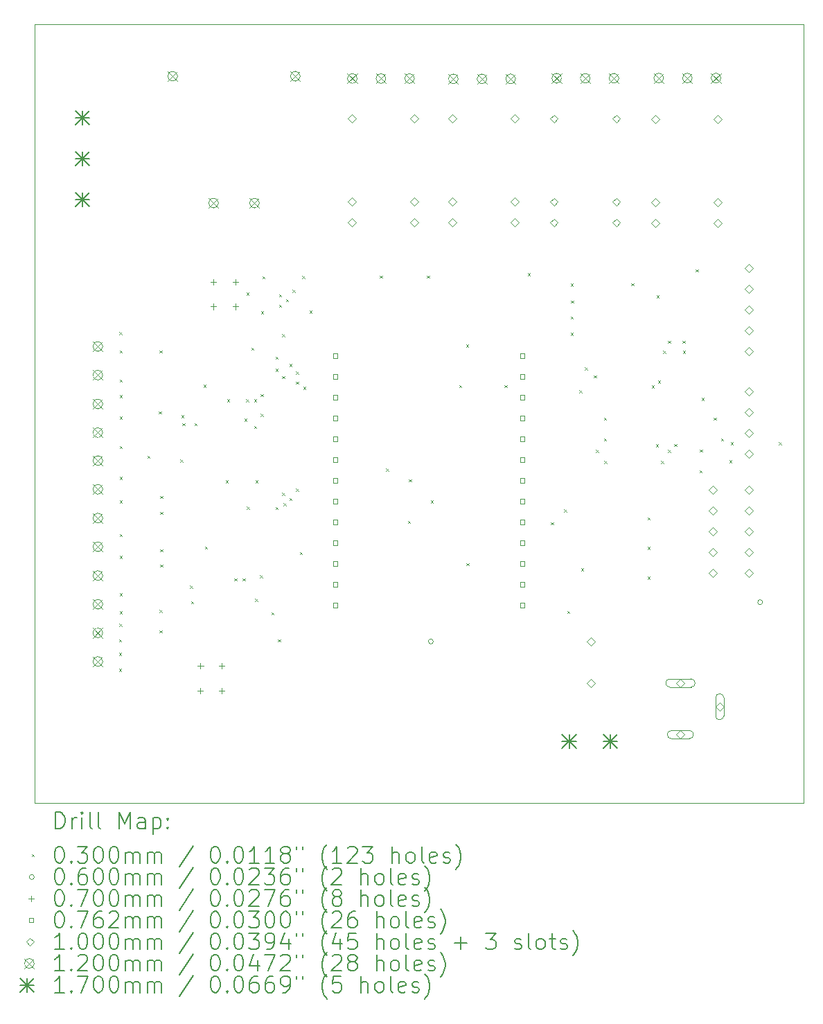
<source format=gbr>
%TF.GenerationSoftware,KiCad,Pcbnew,8.0.7-8.0.7-0~ubuntu22.04.1*%
%TF.CreationDate,2024-12-29T11:33:37+01:00*%
%TF.ProjectId,monitor_consumo,6d6f6e69-746f-4725-9f63-6f6e73756d6f,rev?*%
%TF.SameCoordinates,Original*%
%TF.FileFunction,Drillmap*%
%TF.FilePolarity,Positive*%
%FSLAX45Y45*%
G04 Gerber Fmt 4.5, Leading zero omitted, Abs format (unit mm)*
G04 Created by KiCad (PCBNEW 8.0.7-8.0.7-0~ubuntu22.04.1) date 2024-12-29 11:33:37*
%MOMM*%
%LPD*%
G01*
G04 APERTURE LIST*
%ADD10C,0.050000*%
%ADD11C,0.200000*%
%ADD12C,0.100000*%
%ADD13C,0.120000*%
%ADD14C,0.170000*%
G04 APERTURE END LIST*
D10*
X10380000Y-4505000D02*
X19780000Y-4505000D01*
X19780000Y-14020000D01*
X10380000Y-14020000D01*
X10380000Y-4505000D01*
D11*
D12*
X11412500Y-12185000D02*
X11442500Y-12215000D01*
X11442500Y-12185000D02*
X11412500Y-12215000D01*
X11412500Y-12382500D02*
X11442500Y-12412500D01*
X11442500Y-12382500D02*
X11412500Y-12412500D01*
X11415000Y-12020000D02*
X11445000Y-12050000D01*
X11445000Y-12020000D02*
X11415000Y-12050000D01*
X11417500Y-8267500D02*
X11447500Y-8297500D01*
X11447500Y-8267500D02*
X11417500Y-8297500D01*
X11417500Y-11832500D02*
X11447500Y-11862500D01*
X11447500Y-11832500D02*
X11417500Y-11862500D01*
X11420000Y-8490000D02*
X11450000Y-8520000D01*
X11450000Y-8490000D02*
X11420000Y-8520000D01*
X11420000Y-8845000D02*
X11450000Y-8875000D01*
X11450000Y-8845000D02*
X11420000Y-8875000D01*
X11420000Y-9297500D02*
X11450000Y-9327500D01*
X11450000Y-9297500D02*
X11420000Y-9327500D01*
X11420000Y-11680000D02*
X11450000Y-11710000D01*
X11450000Y-11680000D02*
X11420000Y-11710000D01*
X11422500Y-9037500D02*
X11452500Y-9067500D01*
X11452500Y-9037500D02*
X11422500Y-9067500D01*
X11422500Y-9660000D02*
X11452500Y-9690000D01*
X11452500Y-9660000D02*
X11422500Y-9690000D01*
X11422500Y-10035000D02*
X11452500Y-10065000D01*
X11452500Y-10035000D02*
X11422500Y-10065000D01*
X11422500Y-10322500D02*
X11452500Y-10352500D01*
X11452500Y-10322500D02*
X11422500Y-10352500D01*
X11422500Y-10732500D02*
X11452500Y-10762500D01*
X11452500Y-10732500D02*
X11422500Y-10762500D01*
X11422500Y-11000000D02*
X11452500Y-11030000D01*
X11452500Y-11000000D02*
X11422500Y-11030000D01*
X11422500Y-11460000D02*
X11452500Y-11490000D01*
X11452500Y-11460000D02*
X11422500Y-11490000D01*
X11760000Y-9777500D02*
X11790000Y-9807500D01*
X11790000Y-9777500D02*
X11760000Y-9807500D01*
X11900000Y-9235000D02*
X11930000Y-9265000D01*
X11930000Y-9235000D02*
X11900000Y-9265000D01*
X11910000Y-8490000D02*
X11940000Y-8520000D01*
X11940000Y-8490000D02*
X11910000Y-8520000D01*
X11910000Y-11660000D02*
X11940000Y-11690000D01*
X11940000Y-11660000D02*
X11910000Y-11690000D01*
X11910000Y-11910000D02*
X11940000Y-11940000D01*
X11940000Y-11910000D02*
X11910000Y-11940000D01*
X11915000Y-10462500D02*
X11945000Y-10492500D01*
X11945000Y-10462500D02*
X11915000Y-10492500D01*
X11917500Y-10267500D02*
X11947500Y-10297500D01*
X11947500Y-10267500D02*
X11917500Y-10297500D01*
X11917500Y-10920000D02*
X11947500Y-10950000D01*
X11947500Y-10920000D02*
X11917500Y-10950000D01*
X11917500Y-11105000D02*
X11947500Y-11135000D01*
X11947500Y-11105000D02*
X11917500Y-11135000D01*
X12162500Y-9822500D02*
X12192500Y-9852500D01*
X12192500Y-9822500D02*
X12162500Y-9852500D01*
X12175000Y-9282500D02*
X12205000Y-9312500D01*
X12205000Y-9282500D02*
X12175000Y-9312500D01*
X12190000Y-9380000D02*
X12220000Y-9410000D01*
X12220000Y-9380000D02*
X12190000Y-9410000D01*
X12282574Y-11362574D02*
X12312574Y-11392574D01*
X12312574Y-11362574D02*
X12282574Y-11392574D01*
X12295000Y-11555000D02*
X12325000Y-11585000D01*
X12325000Y-11555000D02*
X12295000Y-11585000D01*
X12337500Y-9380000D02*
X12367500Y-9410000D01*
X12367500Y-9380000D02*
X12337500Y-9410000D01*
X12445000Y-8910000D02*
X12475000Y-8940000D01*
X12475000Y-8910000D02*
X12445000Y-8940000D01*
X12465000Y-10885000D02*
X12495000Y-10915000D01*
X12495000Y-10885000D02*
X12465000Y-10915000D01*
X12717500Y-10077500D02*
X12747500Y-10107500D01*
X12747500Y-10077500D02*
X12717500Y-10107500D01*
X12735000Y-9085000D02*
X12765000Y-9115000D01*
X12765000Y-9085000D02*
X12735000Y-9115000D01*
X12825000Y-11275000D02*
X12855000Y-11305000D01*
X12855000Y-11275000D02*
X12825000Y-11305000D01*
X12925000Y-11275000D02*
X12955000Y-11305000D01*
X12955000Y-11275000D02*
X12925000Y-11305000D01*
X12945000Y-9325000D02*
X12975000Y-9355000D01*
X12975000Y-9325000D02*
X12945000Y-9355000D01*
X12965000Y-9085000D02*
X12995000Y-9115000D01*
X12995000Y-9085000D02*
X12965000Y-9115000D01*
X12970000Y-7785000D02*
X13000000Y-7815000D01*
X13000000Y-7785000D02*
X12970000Y-7815000D01*
X12977500Y-10400000D02*
X13007500Y-10430000D01*
X13007500Y-10400000D02*
X12977500Y-10430000D01*
X13030000Y-8455000D02*
X13060000Y-8485000D01*
X13060000Y-8455000D02*
X13030000Y-8485000D01*
X13065000Y-9085000D02*
X13095000Y-9115000D01*
X13095000Y-9085000D02*
X13065000Y-9115000D01*
X13065000Y-9415000D02*
X13095000Y-9445000D01*
X13095000Y-9415000D02*
X13065000Y-9445000D01*
X13075000Y-11525000D02*
X13105000Y-11555000D01*
X13105000Y-11525000D02*
X13075000Y-11555000D01*
X13080000Y-10077500D02*
X13110000Y-10107500D01*
X13110000Y-10077500D02*
X13080000Y-10107500D01*
X13135000Y-11237500D02*
X13165000Y-11267500D01*
X13165000Y-11237500D02*
X13135000Y-11267500D01*
X13145000Y-9025000D02*
X13175000Y-9055000D01*
X13175000Y-9025000D02*
X13145000Y-9055000D01*
X13145000Y-9265000D02*
X13175000Y-9295000D01*
X13175000Y-9265000D02*
X13145000Y-9295000D01*
X13150000Y-8010000D02*
X13180000Y-8040000D01*
X13180000Y-8010000D02*
X13150000Y-8040000D01*
X13165000Y-7585000D02*
X13195000Y-7615000D01*
X13195000Y-7585000D02*
X13165000Y-7615000D01*
X13275000Y-11692500D02*
X13305000Y-11722500D01*
X13305000Y-11692500D02*
X13275000Y-11722500D01*
X13325000Y-8565000D02*
X13355000Y-8595000D01*
X13355000Y-8565000D02*
X13325000Y-8595000D01*
X13325000Y-8715000D02*
X13355000Y-8745000D01*
X13355000Y-8715000D02*
X13325000Y-8745000D01*
X13327500Y-10405000D02*
X13357500Y-10435000D01*
X13357500Y-10405000D02*
X13327500Y-10435000D01*
X13355000Y-12020000D02*
X13385000Y-12050000D01*
X13385000Y-12020000D02*
X13355000Y-12050000D01*
X13370000Y-7805000D02*
X13400000Y-7835000D01*
X13400000Y-7805000D02*
X13370000Y-7835000D01*
X13370000Y-7932500D02*
X13400000Y-7962500D01*
X13400000Y-7932500D02*
X13370000Y-7962500D01*
X13405000Y-8290000D02*
X13435000Y-8320000D01*
X13435000Y-8290000D02*
X13405000Y-8320000D01*
X13405000Y-8805000D02*
X13435000Y-8835000D01*
X13435000Y-8805000D02*
X13405000Y-8835000D01*
X13405000Y-10232500D02*
X13435000Y-10262500D01*
X13435000Y-10232500D02*
X13405000Y-10262500D01*
X13425000Y-10355000D02*
X13455000Y-10385000D01*
X13455000Y-10355000D02*
X13425000Y-10385000D01*
X13455000Y-7865000D02*
X13485000Y-7895000D01*
X13485000Y-7865000D02*
X13455000Y-7895000D01*
X13495000Y-8655000D02*
X13525000Y-8685000D01*
X13525000Y-8655000D02*
X13495000Y-8685000D01*
X13495000Y-10295000D02*
X13525000Y-10325000D01*
X13525000Y-10295000D02*
X13495000Y-10325000D01*
X13535000Y-7750000D02*
X13565000Y-7780000D01*
X13565000Y-7750000D02*
X13535000Y-7780000D01*
X13575000Y-8750000D02*
X13605000Y-8780000D01*
X13605000Y-8750000D02*
X13575000Y-8780000D01*
X13575000Y-8870000D02*
X13605000Y-8900000D01*
X13605000Y-8870000D02*
X13575000Y-8900000D01*
X13575000Y-10177500D02*
X13605000Y-10207500D01*
X13605000Y-10177500D02*
X13575000Y-10207500D01*
X13625000Y-10955000D02*
X13655000Y-10985000D01*
X13655000Y-10955000D02*
X13625000Y-10985000D01*
X13655000Y-7580000D02*
X13685000Y-7610000D01*
X13685000Y-7580000D02*
X13655000Y-7610000D01*
X13665870Y-8933550D02*
X13695870Y-8963550D01*
X13695870Y-8933550D02*
X13665870Y-8963550D01*
X13740000Y-8005000D02*
X13770000Y-8035000D01*
X13770000Y-8005000D02*
X13740000Y-8035000D01*
X14600000Y-7575000D02*
X14630000Y-7605000D01*
X14630000Y-7575000D02*
X14600000Y-7605000D01*
X14675000Y-9935000D02*
X14705000Y-9965000D01*
X14705000Y-9935000D02*
X14675000Y-9965000D01*
X14945000Y-10575000D02*
X14975000Y-10605000D01*
X14975000Y-10575000D02*
X14945000Y-10605000D01*
X14955000Y-10065000D02*
X14985000Y-10095000D01*
X14985000Y-10065000D02*
X14955000Y-10095000D01*
X15175000Y-7575000D02*
X15205000Y-7605000D01*
X15205000Y-7575000D02*
X15175000Y-7605000D01*
X15225000Y-10325000D02*
X15255000Y-10355000D01*
X15255000Y-10325000D02*
X15225000Y-10355000D01*
X15570000Y-8915000D02*
X15600000Y-8945000D01*
X15600000Y-8915000D02*
X15570000Y-8945000D01*
X15655000Y-8420000D02*
X15685000Y-8450000D01*
X15685000Y-8420000D02*
X15655000Y-8450000D01*
X15660000Y-11090000D02*
X15690000Y-11120000D01*
X15690000Y-11090000D02*
X15660000Y-11120000D01*
X16125000Y-8915000D02*
X16155000Y-8945000D01*
X16155000Y-8915000D02*
X16125000Y-8945000D01*
X16410000Y-7545000D02*
X16440000Y-7575000D01*
X16440000Y-7545000D02*
X16410000Y-7575000D01*
X16690000Y-10590000D02*
X16720000Y-10620000D01*
X16720000Y-10590000D02*
X16690000Y-10620000D01*
X16855000Y-10435000D02*
X16885000Y-10465000D01*
X16885000Y-10435000D02*
X16855000Y-10465000D01*
X16892500Y-11675000D02*
X16922500Y-11705000D01*
X16922500Y-11675000D02*
X16892500Y-11705000D01*
X16935000Y-7675000D02*
X16965000Y-7705000D01*
X16965000Y-7675000D02*
X16935000Y-7705000D01*
X16935000Y-8075000D02*
X16965000Y-8105000D01*
X16965000Y-8075000D02*
X16935000Y-8105000D01*
X16935000Y-8275000D02*
X16965000Y-8305000D01*
X16965000Y-8275000D02*
X16935000Y-8305000D01*
X16937500Y-7882500D02*
X16967500Y-7912500D01*
X16967500Y-7882500D02*
X16937500Y-7912500D01*
X17040000Y-8975000D02*
X17070000Y-9005000D01*
X17070000Y-8975000D02*
X17040000Y-9005000D01*
X17060000Y-11155000D02*
X17090000Y-11185000D01*
X17090000Y-11155000D02*
X17060000Y-11185000D01*
X17107500Y-8700000D02*
X17137500Y-8730000D01*
X17137500Y-8700000D02*
X17107500Y-8730000D01*
X17216000Y-8794000D02*
X17246000Y-8824000D01*
X17246000Y-8794000D02*
X17216000Y-8824000D01*
X17241000Y-9706000D02*
X17271000Y-9736000D01*
X17271000Y-9706000D02*
X17241000Y-9736000D01*
X17340000Y-9310000D02*
X17370000Y-9340000D01*
X17370000Y-9310000D02*
X17340000Y-9340000D01*
X17340000Y-9565000D02*
X17370000Y-9595000D01*
X17370000Y-9565000D02*
X17340000Y-9595000D01*
X17346000Y-9842000D02*
X17376000Y-9872000D01*
X17376000Y-9842000D02*
X17346000Y-9872000D01*
X17672500Y-7670000D02*
X17702500Y-7700000D01*
X17702500Y-7670000D02*
X17672500Y-7700000D01*
X17872500Y-11252500D02*
X17902500Y-11282500D01*
X17902500Y-11252500D02*
X17872500Y-11282500D01*
X17875000Y-10530000D02*
X17905000Y-10560000D01*
X17905000Y-10530000D02*
X17875000Y-10560000D01*
X17875000Y-10890000D02*
X17905000Y-10920000D01*
X17905000Y-10890000D02*
X17875000Y-10920000D01*
X17925000Y-8920000D02*
X17955000Y-8950000D01*
X17955000Y-8920000D02*
X17925000Y-8950000D01*
X17974000Y-9637000D02*
X18004000Y-9667000D01*
X18004000Y-9637000D02*
X17974000Y-9667000D01*
X17985000Y-7815000D02*
X18015000Y-7845000D01*
X18015000Y-7815000D02*
X17985000Y-7845000D01*
X18000000Y-8860000D02*
X18030000Y-8890000D01*
X18030000Y-8860000D02*
X18000000Y-8890000D01*
X18038000Y-9842000D02*
X18068000Y-9872000D01*
X18068000Y-9842000D02*
X18038000Y-9872000D01*
X18065000Y-8495000D02*
X18095000Y-8525000D01*
X18095000Y-8495000D02*
X18065000Y-8525000D01*
X18125000Y-8370000D02*
X18155000Y-8400000D01*
X18155000Y-8370000D02*
X18125000Y-8400000D01*
X18125000Y-9706000D02*
X18155000Y-9736000D01*
X18155000Y-9706000D02*
X18125000Y-9736000D01*
X18200000Y-9634000D02*
X18230000Y-9664000D01*
X18230000Y-9634000D02*
X18200000Y-9664000D01*
X18300000Y-8370000D02*
X18330000Y-8400000D01*
X18330000Y-8370000D02*
X18300000Y-8400000D01*
X18305000Y-8495000D02*
X18335000Y-8525000D01*
X18335000Y-8495000D02*
X18305000Y-8525000D01*
X18460000Y-7500000D02*
X18490000Y-7530000D01*
X18490000Y-7500000D02*
X18460000Y-7530000D01*
X18510000Y-9955000D02*
X18540000Y-9985000D01*
X18540000Y-9955000D02*
X18510000Y-9985000D01*
X18511000Y-9701000D02*
X18541000Y-9731000D01*
X18541000Y-9701000D02*
X18511000Y-9731000D01*
X18535000Y-9070000D02*
X18565000Y-9100000D01*
X18565000Y-9070000D02*
X18535000Y-9100000D01*
X18680000Y-9310000D02*
X18710000Y-9340000D01*
X18710000Y-9310000D02*
X18680000Y-9340000D01*
X18770000Y-9565000D02*
X18800000Y-9595000D01*
X18800000Y-9565000D02*
X18770000Y-9595000D01*
X18872500Y-9832500D02*
X18902500Y-9862500D01*
X18902500Y-9832500D02*
X18872500Y-9862500D01*
X18890000Y-9610000D02*
X18920000Y-9640000D01*
X18920000Y-9610000D02*
X18890000Y-9640000D01*
X19480000Y-9610000D02*
X19510000Y-9640000D01*
X19510000Y-9610000D02*
X19480000Y-9640000D01*
X15255000Y-12047500D02*
G75*
G02*
X15195000Y-12047500I-30000J0D01*
G01*
X15195000Y-12047500D02*
G75*
G02*
X15255000Y-12047500I30000J0D01*
G01*
X19280000Y-11567500D02*
G75*
G02*
X19220000Y-11567500I-30000J0D01*
G01*
X19220000Y-11567500D02*
G75*
G02*
X19280000Y-11567500I30000J0D01*
G01*
X12407500Y-12612500D02*
X12407500Y-12682500D01*
X12372500Y-12647500D02*
X12442500Y-12647500D01*
X12410000Y-12307500D02*
X12410000Y-12377500D01*
X12375000Y-12342500D02*
X12445000Y-12342500D01*
X12565000Y-7620000D02*
X12565000Y-7690000D01*
X12530000Y-7655000D02*
X12600000Y-7655000D01*
X12565000Y-7920000D02*
X12565000Y-7990000D01*
X12530000Y-7955000D02*
X12600000Y-7955000D01*
X12667500Y-12612500D02*
X12667500Y-12682500D01*
X12632500Y-12647500D02*
X12702500Y-12647500D01*
X12670000Y-12307500D02*
X12670000Y-12377500D01*
X12635000Y-12342500D02*
X12705000Y-12342500D01*
X12840000Y-7620000D02*
X12840000Y-7690000D01*
X12805000Y-7655000D02*
X12875000Y-7655000D01*
X12840000Y-7920000D02*
X12840000Y-7990000D01*
X12805000Y-7955000D02*
X12875000Y-7955000D01*
X14083941Y-8581941D02*
X14083941Y-8528059D01*
X14030059Y-8528059D01*
X14030059Y-8581941D01*
X14083941Y-8581941D01*
X14083941Y-8835941D02*
X14083941Y-8782059D01*
X14030059Y-8782059D01*
X14030059Y-8835941D01*
X14083941Y-8835941D01*
X14083941Y-9089941D02*
X14083941Y-9036059D01*
X14030059Y-9036059D01*
X14030059Y-9089941D01*
X14083941Y-9089941D01*
X14083941Y-9343941D02*
X14083941Y-9290059D01*
X14030059Y-9290059D01*
X14030059Y-9343941D01*
X14083941Y-9343941D01*
X14083941Y-9597941D02*
X14083941Y-9544059D01*
X14030059Y-9544059D01*
X14030059Y-9597941D01*
X14083941Y-9597941D01*
X14083941Y-9851941D02*
X14083941Y-9798059D01*
X14030059Y-9798059D01*
X14030059Y-9851941D01*
X14083941Y-9851941D01*
X14083941Y-10105941D02*
X14083941Y-10052059D01*
X14030059Y-10052059D01*
X14030059Y-10105941D01*
X14083941Y-10105941D01*
X14083941Y-10359941D02*
X14083941Y-10306059D01*
X14030059Y-10306059D01*
X14030059Y-10359941D01*
X14083941Y-10359941D01*
X14083941Y-10613941D02*
X14083941Y-10560059D01*
X14030059Y-10560059D01*
X14030059Y-10613941D01*
X14083941Y-10613941D01*
X14083941Y-10867941D02*
X14083941Y-10814059D01*
X14030059Y-10814059D01*
X14030059Y-10867941D01*
X14083941Y-10867941D01*
X14083941Y-11121941D02*
X14083941Y-11068059D01*
X14030059Y-11068059D01*
X14030059Y-11121941D01*
X14083941Y-11121941D01*
X14083941Y-11375941D02*
X14083941Y-11322059D01*
X14030059Y-11322059D01*
X14030059Y-11375941D01*
X14083941Y-11375941D01*
X14083941Y-11629941D02*
X14083941Y-11576059D01*
X14030059Y-11576059D01*
X14030059Y-11629941D01*
X14083941Y-11629941D01*
X16369941Y-8581941D02*
X16369941Y-8528059D01*
X16316059Y-8528059D01*
X16316059Y-8581941D01*
X16369941Y-8581941D01*
X16369941Y-8835941D02*
X16369941Y-8782059D01*
X16316059Y-8782059D01*
X16316059Y-8835941D01*
X16369941Y-8835941D01*
X16369941Y-9089941D02*
X16369941Y-9036059D01*
X16316059Y-9036059D01*
X16316059Y-9089941D01*
X16369941Y-9089941D01*
X16369941Y-9343941D02*
X16369941Y-9290059D01*
X16316059Y-9290059D01*
X16316059Y-9343941D01*
X16369941Y-9343941D01*
X16369941Y-9597941D02*
X16369941Y-9544059D01*
X16316059Y-9544059D01*
X16316059Y-9597941D01*
X16369941Y-9597941D01*
X16369941Y-9851941D02*
X16369941Y-9798059D01*
X16316059Y-9798059D01*
X16316059Y-9851941D01*
X16369941Y-9851941D01*
X16369941Y-10105941D02*
X16369941Y-10052059D01*
X16316059Y-10052059D01*
X16316059Y-10105941D01*
X16369941Y-10105941D01*
X16369941Y-10359941D02*
X16369941Y-10306059D01*
X16316059Y-10306059D01*
X16316059Y-10359941D01*
X16369941Y-10359941D01*
X16369941Y-10613941D02*
X16369941Y-10560059D01*
X16316059Y-10560059D01*
X16316059Y-10613941D01*
X16369941Y-10613941D01*
X16369941Y-10867941D02*
X16369941Y-10814059D01*
X16316059Y-10814059D01*
X16316059Y-10867941D01*
X16369941Y-10867941D01*
X16369941Y-11121941D02*
X16369941Y-11068059D01*
X16316059Y-11068059D01*
X16316059Y-11121941D01*
X16369941Y-11121941D01*
X16369941Y-11375941D02*
X16369941Y-11322059D01*
X16316059Y-11322059D01*
X16316059Y-11375941D01*
X16369941Y-11375941D01*
X16369941Y-11629941D02*
X16369941Y-11576059D01*
X16316059Y-11576059D01*
X16316059Y-11629941D01*
X16369941Y-11629941D01*
X14259000Y-5705000D02*
X14309000Y-5655000D01*
X14259000Y-5605000D01*
X14209000Y-5655000D01*
X14259000Y-5705000D01*
X14259000Y-6721000D02*
X14309000Y-6671000D01*
X14259000Y-6621000D01*
X14209000Y-6671000D01*
X14259000Y-6721000D01*
X14259000Y-6975000D02*
X14309000Y-6925000D01*
X14259000Y-6875000D01*
X14209000Y-6925000D01*
X14259000Y-6975000D01*
X15021000Y-5705000D02*
X15071000Y-5655000D01*
X15021000Y-5605000D01*
X14971000Y-5655000D01*
X15021000Y-5705000D01*
X15021000Y-6721000D02*
X15071000Y-6671000D01*
X15021000Y-6621000D01*
X14971000Y-6671000D01*
X15021000Y-6721000D01*
X15021000Y-6975000D02*
X15071000Y-6925000D01*
X15021000Y-6875000D01*
X14971000Y-6925000D01*
X15021000Y-6975000D01*
X15489000Y-5705000D02*
X15539000Y-5655000D01*
X15489000Y-5605000D01*
X15439000Y-5655000D01*
X15489000Y-5705000D01*
X15489000Y-6721000D02*
X15539000Y-6671000D01*
X15489000Y-6621000D01*
X15439000Y-6671000D01*
X15489000Y-6721000D01*
X15489000Y-6975000D02*
X15539000Y-6925000D01*
X15489000Y-6875000D01*
X15439000Y-6925000D01*
X15489000Y-6975000D01*
X16251000Y-5705000D02*
X16301000Y-5655000D01*
X16251000Y-5605000D01*
X16201000Y-5655000D01*
X16251000Y-5705000D01*
X16251000Y-6721000D02*
X16301000Y-6671000D01*
X16251000Y-6621000D01*
X16201000Y-6671000D01*
X16251000Y-6721000D01*
X16251000Y-6975000D02*
X16301000Y-6925000D01*
X16251000Y-6875000D01*
X16201000Y-6925000D01*
X16251000Y-6975000D01*
X16729000Y-5710000D02*
X16779000Y-5660000D01*
X16729000Y-5610000D01*
X16679000Y-5660000D01*
X16729000Y-5710000D01*
X16729000Y-6726000D02*
X16779000Y-6676000D01*
X16729000Y-6626000D01*
X16679000Y-6676000D01*
X16729000Y-6726000D01*
X16729000Y-6980000D02*
X16779000Y-6930000D01*
X16729000Y-6880000D01*
X16679000Y-6930000D01*
X16729000Y-6980000D01*
X17180000Y-12605000D02*
X17230000Y-12555000D01*
X17180000Y-12505000D01*
X17130000Y-12555000D01*
X17180000Y-12605000D01*
X17181000Y-12097000D02*
X17231000Y-12047000D01*
X17181000Y-11997000D01*
X17131000Y-12047000D01*
X17181000Y-12097000D01*
X17491000Y-5710000D02*
X17541000Y-5660000D01*
X17491000Y-5610000D01*
X17441000Y-5660000D01*
X17491000Y-5710000D01*
X17491000Y-6726000D02*
X17541000Y-6676000D01*
X17491000Y-6626000D01*
X17441000Y-6676000D01*
X17491000Y-6726000D01*
X17491000Y-6980000D02*
X17541000Y-6930000D01*
X17491000Y-6880000D01*
X17441000Y-6930000D01*
X17491000Y-6980000D01*
X17969000Y-5715000D02*
X18019000Y-5665000D01*
X17969000Y-5615000D01*
X17919000Y-5665000D01*
X17969000Y-5715000D01*
X17969000Y-6731000D02*
X18019000Y-6681000D01*
X17969000Y-6631000D01*
X17919000Y-6681000D01*
X17969000Y-6731000D01*
X17969000Y-6985000D02*
X18019000Y-6935000D01*
X17969000Y-6885000D01*
X17919000Y-6935000D01*
X17969000Y-6985000D01*
X18275000Y-12605000D02*
X18325000Y-12555000D01*
X18275000Y-12505000D01*
X18225000Y-12555000D01*
X18275000Y-12605000D01*
X18145000Y-12605000D02*
X18405000Y-12605000D01*
X18405000Y-12505000D02*
G75*
G02*
X18405000Y-12605000I0J-50000D01*
G01*
X18405000Y-12505000D02*
X18145000Y-12505000D01*
X18145000Y-12505000D02*
G75*
G03*
X18145000Y-12605000I0J-50000D01*
G01*
X18275000Y-13235000D02*
X18325000Y-13185000D01*
X18275000Y-13135000D01*
X18225000Y-13185000D01*
X18275000Y-13235000D01*
X18165000Y-13235000D02*
X18385000Y-13235000D01*
X18385000Y-13135000D02*
G75*
G02*
X18385000Y-13235000I0J-50000D01*
G01*
X18385000Y-13135000D02*
X18165000Y-13135000D01*
X18165000Y-13135000D02*
G75*
G03*
X18165000Y-13235000I0J-50000D01*
G01*
X18670000Y-10247000D02*
X18720000Y-10197000D01*
X18670000Y-10147000D01*
X18620000Y-10197000D01*
X18670000Y-10247000D01*
X18670000Y-10501000D02*
X18720000Y-10451000D01*
X18670000Y-10401000D01*
X18620000Y-10451000D01*
X18670000Y-10501000D01*
X18670000Y-10755000D02*
X18720000Y-10705000D01*
X18670000Y-10655000D01*
X18620000Y-10705000D01*
X18670000Y-10755000D01*
X18670000Y-11009000D02*
X18720000Y-10959000D01*
X18670000Y-10909000D01*
X18620000Y-10959000D01*
X18670000Y-11009000D01*
X18670000Y-11263000D02*
X18720000Y-11213000D01*
X18670000Y-11163000D01*
X18620000Y-11213000D01*
X18670000Y-11263000D01*
X18731000Y-5715000D02*
X18781000Y-5665000D01*
X18731000Y-5615000D01*
X18681000Y-5665000D01*
X18731000Y-5715000D01*
X18731000Y-6731000D02*
X18781000Y-6681000D01*
X18731000Y-6631000D01*
X18681000Y-6681000D01*
X18731000Y-6731000D01*
X18731000Y-6985000D02*
X18781000Y-6935000D01*
X18731000Y-6885000D01*
X18681000Y-6935000D01*
X18731000Y-6985000D01*
X18755000Y-12895000D02*
X18805000Y-12845000D01*
X18755000Y-12795000D01*
X18705000Y-12845000D01*
X18755000Y-12895000D01*
X18705000Y-12735000D02*
X18705000Y-12955000D01*
X18805000Y-12955000D02*
G75*
G02*
X18705000Y-12955000I-50000J0D01*
G01*
X18805000Y-12955000D02*
X18805000Y-12735000D01*
X18805000Y-12735000D02*
G75*
G03*
X18705000Y-12735000I-50000J0D01*
G01*
X19115000Y-7534000D02*
X19165000Y-7484000D01*
X19115000Y-7434000D01*
X19065000Y-7484000D01*
X19115000Y-7534000D01*
X19115000Y-7788000D02*
X19165000Y-7738000D01*
X19115000Y-7688000D01*
X19065000Y-7738000D01*
X19115000Y-7788000D01*
X19115000Y-8042000D02*
X19165000Y-7992000D01*
X19115000Y-7942000D01*
X19065000Y-7992000D01*
X19115000Y-8042000D01*
X19115000Y-8296000D02*
X19165000Y-8246000D01*
X19115000Y-8196000D01*
X19065000Y-8246000D01*
X19115000Y-8296000D01*
X19115000Y-8550000D02*
X19165000Y-8500000D01*
X19115000Y-8450000D01*
X19065000Y-8500000D01*
X19115000Y-8550000D01*
X19115000Y-9040000D02*
X19165000Y-8990000D01*
X19115000Y-8940000D01*
X19065000Y-8990000D01*
X19115000Y-9040000D01*
X19115000Y-9294000D02*
X19165000Y-9244000D01*
X19115000Y-9194000D01*
X19065000Y-9244000D01*
X19115000Y-9294000D01*
X19115000Y-9548000D02*
X19165000Y-9498000D01*
X19115000Y-9448000D01*
X19065000Y-9498000D01*
X19115000Y-9548000D01*
X19115000Y-9802000D02*
X19165000Y-9752000D01*
X19115000Y-9702000D01*
X19065000Y-9752000D01*
X19115000Y-9802000D01*
X19115000Y-10247000D02*
X19165000Y-10197000D01*
X19115000Y-10147000D01*
X19065000Y-10197000D01*
X19115000Y-10247000D01*
X19115000Y-10501000D02*
X19165000Y-10451000D01*
X19115000Y-10401000D01*
X19065000Y-10451000D01*
X19115000Y-10501000D01*
X19115000Y-10755000D02*
X19165000Y-10705000D01*
X19115000Y-10655000D01*
X19065000Y-10705000D01*
X19115000Y-10755000D01*
X19115000Y-11009000D02*
X19165000Y-10959000D01*
X19115000Y-10909000D01*
X19065000Y-10959000D01*
X19115000Y-11009000D01*
X19115000Y-11263000D02*
X19165000Y-11213000D01*
X19115000Y-11163000D01*
X19065000Y-11213000D01*
X19115000Y-11263000D01*
D13*
X11095000Y-8382500D02*
X11215000Y-8502500D01*
X11215000Y-8382500D02*
X11095000Y-8502500D01*
X11215000Y-8442500D02*
G75*
G02*
X11095000Y-8442500I-60000J0D01*
G01*
X11095000Y-8442500D02*
G75*
G02*
X11215000Y-8442500I60000J0D01*
G01*
X11095000Y-8732500D02*
X11215000Y-8852500D01*
X11215000Y-8732500D02*
X11095000Y-8852500D01*
X11215000Y-8792500D02*
G75*
G02*
X11095000Y-8792500I-60000J0D01*
G01*
X11095000Y-8792500D02*
G75*
G02*
X11215000Y-8792500I60000J0D01*
G01*
X11095000Y-9085000D02*
X11215000Y-9205000D01*
X11215000Y-9085000D02*
X11095000Y-9205000D01*
X11215000Y-9145000D02*
G75*
G02*
X11095000Y-9145000I-60000J0D01*
G01*
X11095000Y-9145000D02*
G75*
G02*
X11215000Y-9145000I60000J0D01*
G01*
X11095000Y-9435000D02*
X11215000Y-9555000D01*
X11215000Y-9435000D02*
X11095000Y-9555000D01*
X11215000Y-9495000D02*
G75*
G02*
X11095000Y-9495000I-60000J0D01*
G01*
X11095000Y-9495000D02*
G75*
G02*
X11215000Y-9495000I60000J0D01*
G01*
X11095000Y-9777500D02*
X11215000Y-9897500D01*
X11215000Y-9777500D02*
X11095000Y-9897500D01*
X11215000Y-9837500D02*
G75*
G02*
X11095000Y-9837500I-60000J0D01*
G01*
X11095000Y-9837500D02*
G75*
G02*
X11215000Y-9837500I60000J0D01*
G01*
X11095000Y-10127500D02*
X11215000Y-10247500D01*
X11215000Y-10127500D02*
X11095000Y-10247500D01*
X11215000Y-10187500D02*
G75*
G02*
X11095000Y-10187500I-60000J0D01*
G01*
X11095000Y-10187500D02*
G75*
G02*
X11215000Y-10187500I60000J0D01*
G01*
X11095000Y-10480000D02*
X11215000Y-10600000D01*
X11215000Y-10480000D02*
X11095000Y-10600000D01*
X11215000Y-10540000D02*
G75*
G02*
X11095000Y-10540000I-60000J0D01*
G01*
X11095000Y-10540000D02*
G75*
G02*
X11215000Y-10540000I60000J0D01*
G01*
X11095000Y-10830000D02*
X11215000Y-10950000D01*
X11215000Y-10830000D02*
X11095000Y-10950000D01*
X11215000Y-10890000D02*
G75*
G02*
X11095000Y-10890000I-60000J0D01*
G01*
X11095000Y-10890000D02*
G75*
G02*
X11215000Y-10890000I60000J0D01*
G01*
X11095000Y-11182500D02*
X11215000Y-11302500D01*
X11215000Y-11182500D02*
X11095000Y-11302500D01*
X11215000Y-11242500D02*
G75*
G02*
X11095000Y-11242500I-60000J0D01*
G01*
X11095000Y-11242500D02*
G75*
G02*
X11215000Y-11242500I60000J0D01*
G01*
X11095000Y-11532500D02*
X11215000Y-11652500D01*
X11215000Y-11532500D02*
X11095000Y-11652500D01*
X11215000Y-11592500D02*
G75*
G02*
X11095000Y-11592500I-60000J0D01*
G01*
X11095000Y-11592500D02*
G75*
G02*
X11215000Y-11592500I60000J0D01*
G01*
X11095000Y-11882500D02*
X11215000Y-12002500D01*
X11215000Y-11882500D02*
X11095000Y-12002500D01*
X11215000Y-11942500D02*
G75*
G02*
X11095000Y-11942500I-60000J0D01*
G01*
X11095000Y-11942500D02*
G75*
G02*
X11215000Y-11942500I60000J0D01*
G01*
X11095000Y-12232500D02*
X11215000Y-12352500D01*
X11215000Y-12232500D02*
X11095000Y-12352500D01*
X11215000Y-12292500D02*
G75*
G02*
X11095000Y-12292500I-60000J0D01*
G01*
X11095000Y-12292500D02*
G75*
G02*
X11215000Y-12292500I60000J0D01*
G01*
X12009000Y-5080000D02*
X12129000Y-5200000D01*
X12129000Y-5080000D02*
X12009000Y-5200000D01*
X12129000Y-5140000D02*
G75*
G02*
X12009000Y-5140000I-60000J0D01*
G01*
X12009000Y-5140000D02*
G75*
G02*
X12129000Y-5140000I60000J0D01*
G01*
X12509000Y-6630000D02*
X12629000Y-6750000D01*
X12629000Y-6630000D02*
X12509000Y-6750000D01*
X12629000Y-6690000D02*
G75*
G02*
X12509000Y-6690000I-60000J0D01*
G01*
X12509000Y-6690000D02*
G75*
G02*
X12629000Y-6690000I60000J0D01*
G01*
X13009000Y-6630000D02*
X13129000Y-6750000D01*
X13129000Y-6630000D02*
X13009000Y-6750000D01*
X13129000Y-6690000D02*
G75*
G02*
X13009000Y-6690000I-60000J0D01*
G01*
X13009000Y-6690000D02*
G75*
G02*
X13129000Y-6690000I60000J0D01*
G01*
X13509000Y-5080000D02*
X13629000Y-5200000D01*
X13629000Y-5080000D02*
X13509000Y-5200000D01*
X13629000Y-5140000D02*
G75*
G02*
X13509000Y-5140000I-60000J0D01*
G01*
X13509000Y-5140000D02*
G75*
G02*
X13629000Y-5140000I60000J0D01*
G01*
X14205000Y-5107500D02*
X14325000Y-5227500D01*
X14325000Y-5107500D02*
X14205000Y-5227500D01*
X14325000Y-5167500D02*
G75*
G02*
X14205000Y-5167500I-60000J0D01*
G01*
X14205000Y-5167500D02*
G75*
G02*
X14325000Y-5167500I60000J0D01*
G01*
X14555000Y-5107500D02*
X14675000Y-5227500D01*
X14675000Y-5107500D02*
X14555000Y-5227500D01*
X14675000Y-5167500D02*
G75*
G02*
X14555000Y-5167500I-60000J0D01*
G01*
X14555000Y-5167500D02*
G75*
G02*
X14675000Y-5167500I60000J0D01*
G01*
X14905000Y-5107500D02*
X15025000Y-5227500D01*
X15025000Y-5107500D02*
X14905000Y-5227500D01*
X15025000Y-5167500D02*
G75*
G02*
X14905000Y-5167500I-60000J0D01*
G01*
X14905000Y-5167500D02*
G75*
G02*
X15025000Y-5167500I60000J0D01*
G01*
X15440000Y-5112500D02*
X15560000Y-5232500D01*
X15560000Y-5112500D02*
X15440000Y-5232500D01*
X15560000Y-5172500D02*
G75*
G02*
X15440000Y-5172500I-60000J0D01*
G01*
X15440000Y-5172500D02*
G75*
G02*
X15560000Y-5172500I60000J0D01*
G01*
X15790000Y-5112500D02*
X15910000Y-5232500D01*
X15910000Y-5112500D02*
X15790000Y-5232500D01*
X15910000Y-5172500D02*
G75*
G02*
X15790000Y-5172500I-60000J0D01*
G01*
X15790000Y-5172500D02*
G75*
G02*
X15910000Y-5172500I60000J0D01*
G01*
X16140000Y-5112500D02*
X16260000Y-5232500D01*
X16260000Y-5112500D02*
X16140000Y-5232500D01*
X16260000Y-5172500D02*
G75*
G02*
X16140000Y-5172500I-60000J0D01*
G01*
X16140000Y-5172500D02*
G75*
G02*
X16260000Y-5172500I60000J0D01*
G01*
X16702500Y-5105000D02*
X16822500Y-5225000D01*
X16822500Y-5105000D02*
X16702500Y-5225000D01*
X16822500Y-5165000D02*
G75*
G02*
X16702500Y-5165000I-60000J0D01*
G01*
X16702500Y-5165000D02*
G75*
G02*
X16822500Y-5165000I60000J0D01*
G01*
X17052500Y-5105000D02*
X17172500Y-5225000D01*
X17172500Y-5105000D02*
X17052500Y-5225000D01*
X17172500Y-5165000D02*
G75*
G02*
X17052500Y-5165000I-60000J0D01*
G01*
X17052500Y-5165000D02*
G75*
G02*
X17172500Y-5165000I60000J0D01*
G01*
X17402500Y-5105000D02*
X17522500Y-5225000D01*
X17522500Y-5105000D02*
X17402500Y-5225000D01*
X17522500Y-5165000D02*
G75*
G02*
X17402500Y-5165000I-60000J0D01*
G01*
X17402500Y-5165000D02*
G75*
G02*
X17522500Y-5165000I60000J0D01*
G01*
X17950000Y-5102500D02*
X18070000Y-5222500D01*
X18070000Y-5102500D02*
X17950000Y-5222500D01*
X18070000Y-5162500D02*
G75*
G02*
X17950000Y-5162500I-60000J0D01*
G01*
X17950000Y-5162500D02*
G75*
G02*
X18070000Y-5162500I60000J0D01*
G01*
X18300000Y-5102500D02*
X18420000Y-5222500D01*
X18420000Y-5102500D02*
X18300000Y-5222500D01*
X18420000Y-5162500D02*
G75*
G02*
X18300000Y-5162500I-60000J0D01*
G01*
X18300000Y-5162500D02*
G75*
G02*
X18420000Y-5162500I60000J0D01*
G01*
X18650000Y-5102500D02*
X18770000Y-5222500D01*
X18770000Y-5102500D02*
X18650000Y-5222500D01*
X18770000Y-5162500D02*
G75*
G02*
X18650000Y-5162500I-60000J0D01*
G01*
X18650000Y-5162500D02*
G75*
G02*
X18770000Y-5162500I60000J0D01*
G01*
D14*
X10880000Y-5562750D02*
X11050000Y-5732750D01*
X11050000Y-5562750D02*
X10880000Y-5732750D01*
X10965000Y-5562750D02*
X10965000Y-5732750D01*
X10880000Y-5647750D02*
X11050000Y-5647750D01*
X10880000Y-6062750D02*
X11050000Y-6232750D01*
X11050000Y-6062750D02*
X10880000Y-6232750D01*
X10965000Y-6062750D02*
X10965000Y-6232750D01*
X10880000Y-6147750D02*
X11050000Y-6147750D01*
X10880000Y-6562750D02*
X11050000Y-6732750D01*
X11050000Y-6562750D02*
X10880000Y-6732750D01*
X10965000Y-6562750D02*
X10965000Y-6732750D01*
X10880000Y-6647750D02*
X11050000Y-6647750D01*
X16830000Y-13180000D02*
X17000000Y-13350000D01*
X17000000Y-13180000D02*
X16830000Y-13350000D01*
X16915000Y-13180000D02*
X16915000Y-13350000D01*
X16830000Y-13265000D02*
X17000000Y-13265000D01*
X17330000Y-13180000D02*
X17500000Y-13350000D01*
X17500000Y-13180000D02*
X17330000Y-13350000D01*
X17415000Y-13180000D02*
X17415000Y-13350000D01*
X17330000Y-13265000D02*
X17500000Y-13265000D01*
D11*
X10638277Y-14333984D02*
X10638277Y-14133984D01*
X10638277Y-14133984D02*
X10685896Y-14133984D01*
X10685896Y-14133984D02*
X10714467Y-14143508D01*
X10714467Y-14143508D02*
X10733515Y-14162555D01*
X10733515Y-14162555D02*
X10743039Y-14181603D01*
X10743039Y-14181603D02*
X10752563Y-14219698D01*
X10752563Y-14219698D02*
X10752563Y-14248269D01*
X10752563Y-14248269D02*
X10743039Y-14286365D01*
X10743039Y-14286365D02*
X10733515Y-14305412D01*
X10733515Y-14305412D02*
X10714467Y-14324460D01*
X10714467Y-14324460D02*
X10685896Y-14333984D01*
X10685896Y-14333984D02*
X10638277Y-14333984D01*
X10838277Y-14333984D02*
X10838277Y-14200650D01*
X10838277Y-14238746D02*
X10847801Y-14219698D01*
X10847801Y-14219698D02*
X10857324Y-14210174D01*
X10857324Y-14210174D02*
X10876372Y-14200650D01*
X10876372Y-14200650D02*
X10895420Y-14200650D01*
X10962086Y-14333984D02*
X10962086Y-14200650D01*
X10962086Y-14133984D02*
X10952563Y-14143508D01*
X10952563Y-14143508D02*
X10962086Y-14153031D01*
X10962086Y-14153031D02*
X10971610Y-14143508D01*
X10971610Y-14143508D02*
X10962086Y-14133984D01*
X10962086Y-14133984D02*
X10962086Y-14153031D01*
X11085896Y-14333984D02*
X11066848Y-14324460D01*
X11066848Y-14324460D02*
X11057324Y-14305412D01*
X11057324Y-14305412D02*
X11057324Y-14133984D01*
X11190658Y-14333984D02*
X11171610Y-14324460D01*
X11171610Y-14324460D02*
X11162086Y-14305412D01*
X11162086Y-14305412D02*
X11162086Y-14133984D01*
X11419229Y-14333984D02*
X11419229Y-14133984D01*
X11419229Y-14133984D02*
X11485896Y-14276841D01*
X11485896Y-14276841D02*
X11552562Y-14133984D01*
X11552562Y-14133984D02*
X11552562Y-14333984D01*
X11733515Y-14333984D02*
X11733515Y-14229222D01*
X11733515Y-14229222D02*
X11723991Y-14210174D01*
X11723991Y-14210174D02*
X11704943Y-14200650D01*
X11704943Y-14200650D02*
X11666848Y-14200650D01*
X11666848Y-14200650D02*
X11647801Y-14210174D01*
X11733515Y-14324460D02*
X11714467Y-14333984D01*
X11714467Y-14333984D02*
X11666848Y-14333984D01*
X11666848Y-14333984D02*
X11647801Y-14324460D01*
X11647801Y-14324460D02*
X11638277Y-14305412D01*
X11638277Y-14305412D02*
X11638277Y-14286365D01*
X11638277Y-14286365D02*
X11647801Y-14267317D01*
X11647801Y-14267317D02*
X11666848Y-14257793D01*
X11666848Y-14257793D02*
X11714467Y-14257793D01*
X11714467Y-14257793D02*
X11733515Y-14248269D01*
X11828753Y-14200650D02*
X11828753Y-14400650D01*
X11828753Y-14210174D02*
X11847801Y-14200650D01*
X11847801Y-14200650D02*
X11885896Y-14200650D01*
X11885896Y-14200650D02*
X11904943Y-14210174D01*
X11904943Y-14210174D02*
X11914467Y-14219698D01*
X11914467Y-14219698D02*
X11923991Y-14238746D01*
X11923991Y-14238746D02*
X11923991Y-14295888D01*
X11923991Y-14295888D02*
X11914467Y-14314936D01*
X11914467Y-14314936D02*
X11904943Y-14324460D01*
X11904943Y-14324460D02*
X11885896Y-14333984D01*
X11885896Y-14333984D02*
X11847801Y-14333984D01*
X11847801Y-14333984D02*
X11828753Y-14324460D01*
X12009705Y-14314936D02*
X12019229Y-14324460D01*
X12019229Y-14324460D02*
X12009705Y-14333984D01*
X12009705Y-14333984D02*
X12000182Y-14324460D01*
X12000182Y-14324460D02*
X12009705Y-14314936D01*
X12009705Y-14314936D02*
X12009705Y-14333984D01*
X12009705Y-14210174D02*
X12019229Y-14219698D01*
X12019229Y-14219698D02*
X12009705Y-14229222D01*
X12009705Y-14229222D02*
X12000182Y-14219698D01*
X12000182Y-14219698D02*
X12009705Y-14210174D01*
X12009705Y-14210174D02*
X12009705Y-14229222D01*
D12*
X10347500Y-14647500D02*
X10377500Y-14677500D01*
X10377500Y-14647500D02*
X10347500Y-14677500D01*
D11*
X10676372Y-14553984D02*
X10695420Y-14553984D01*
X10695420Y-14553984D02*
X10714467Y-14563508D01*
X10714467Y-14563508D02*
X10723991Y-14573031D01*
X10723991Y-14573031D02*
X10733515Y-14592079D01*
X10733515Y-14592079D02*
X10743039Y-14630174D01*
X10743039Y-14630174D02*
X10743039Y-14677793D01*
X10743039Y-14677793D02*
X10733515Y-14715888D01*
X10733515Y-14715888D02*
X10723991Y-14734936D01*
X10723991Y-14734936D02*
X10714467Y-14744460D01*
X10714467Y-14744460D02*
X10695420Y-14753984D01*
X10695420Y-14753984D02*
X10676372Y-14753984D01*
X10676372Y-14753984D02*
X10657324Y-14744460D01*
X10657324Y-14744460D02*
X10647801Y-14734936D01*
X10647801Y-14734936D02*
X10638277Y-14715888D01*
X10638277Y-14715888D02*
X10628753Y-14677793D01*
X10628753Y-14677793D02*
X10628753Y-14630174D01*
X10628753Y-14630174D02*
X10638277Y-14592079D01*
X10638277Y-14592079D02*
X10647801Y-14573031D01*
X10647801Y-14573031D02*
X10657324Y-14563508D01*
X10657324Y-14563508D02*
X10676372Y-14553984D01*
X10828753Y-14734936D02*
X10838277Y-14744460D01*
X10838277Y-14744460D02*
X10828753Y-14753984D01*
X10828753Y-14753984D02*
X10819229Y-14744460D01*
X10819229Y-14744460D02*
X10828753Y-14734936D01*
X10828753Y-14734936D02*
X10828753Y-14753984D01*
X10904944Y-14553984D02*
X11028753Y-14553984D01*
X11028753Y-14553984D02*
X10962086Y-14630174D01*
X10962086Y-14630174D02*
X10990658Y-14630174D01*
X10990658Y-14630174D02*
X11009705Y-14639698D01*
X11009705Y-14639698D02*
X11019229Y-14649222D01*
X11019229Y-14649222D02*
X11028753Y-14668269D01*
X11028753Y-14668269D02*
X11028753Y-14715888D01*
X11028753Y-14715888D02*
X11019229Y-14734936D01*
X11019229Y-14734936D02*
X11009705Y-14744460D01*
X11009705Y-14744460D02*
X10990658Y-14753984D01*
X10990658Y-14753984D02*
X10933515Y-14753984D01*
X10933515Y-14753984D02*
X10914467Y-14744460D01*
X10914467Y-14744460D02*
X10904944Y-14734936D01*
X11152563Y-14553984D02*
X11171610Y-14553984D01*
X11171610Y-14553984D02*
X11190658Y-14563508D01*
X11190658Y-14563508D02*
X11200182Y-14573031D01*
X11200182Y-14573031D02*
X11209705Y-14592079D01*
X11209705Y-14592079D02*
X11219229Y-14630174D01*
X11219229Y-14630174D02*
X11219229Y-14677793D01*
X11219229Y-14677793D02*
X11209705Y-14715888D01*
X11209705Y-14715888D02*
X11200182Y-14734936D01*
X11200182Y-14734936D02*
X11190658Y-14744460D01*
X11190658Y-14744460D02*
X11171610Y-14753984D01*
X11171610Y-14753984D02*
X11152563Y-14753984D01*
X11152563Y-14753984D02*
X11133515Y-14744460D01*
X11133515Y-14744460D02*
X11123991Y-14734936D01*
X11123991Y-14734936D02*
X11114467Y-14715888D01*
X11114467Y-14715888D02*
X11104944Y-14677793D01*
X11104944Y-14677793D02*
X11104944Y-14630174D01*
X11104944Y-14630174D02*
X11114467Y-14592079D01*
X11114467Y-14592079D02*
X11123991Y-14573031D01*
X11123991Y-14573031D02*
X11133515Y-14563508D01*
X11133515Y-14563508D02*
X11152563Y-14553984D01*
X11343039Y-14553984D02*
X11362086Y-14553984D01*
X11362086Y-14553984D02*
X11381134Y-14563508D01*
X11381134Y-14563508D02*
X11390658Y-14573031D01*
X11390658Y-14573031D02*
X11400182Y-14592079D01*
X11400182Y-14592079D02*
X11409705Y-14630174D01*
X11409705Y-14630174D02*
X11409705Y-14677793D01*
X11409705Y-14677793D02*
X11400182Y-14715888D01*
X11400182Y-14715888D02*
X11390658Y-14734936D01*
X11390658Y-14734936D02*
X11381134Y-14744460D01*
X11381134Y-14744460D02*
X11362086Y-14753984D01*
X11362086Y-14753984D02*
X11343039Y-14753984D01*
X11343039Y-14753984D02*
X11323991Y-14744460D01*
X11323991Y-14744460D02*
X11314467Y-14734936D01*
X11314467Y-14734936D02*
X11304943Y-14715888D01*
X11304943Y-14715888D02*
X11295420Y-14677793D01*
X11295420Y-14677793D02*
X11295420Y-14630174D01*
X11295420Y-14630174D02*
X11304943Y-14592079D01*
X11304943Y-14592079D02*
X11314467Y-14573031D01*
X11314467Y-14573031D02*
X11323991Y-14563508D01*
X11323991Y-14563508D02*
X11343039Y-14553984D01*
X11495420Y-14753984D02*
X11495420Y-14620650D01*
X11495420Y-14639698D02*
X11504943Y-14630174D01*
X11504943Y-14630174D02*
X11523991Y-14620650D01*
X11523991Y-14620650D02*
X11552563Y-14620650D01*
X11552563Y-14620650D02*
X11571610Y-14630174D01*
X11571610Y-14630174D02*
X11581134Y-14649222D01*
X11581134Y-14649222D02*
X11581134Y-14753984D01*
X11581134Y-14649222D02*
X11590658Y-14630174D01*
X11590658Y-14630174D02*
X11609705Y-14620650D01*
X11609705Y-14620650D02*
X11638277Y-14620650D01*
X11638277Y-14620650D02*
X11657324Y-14630174D01*
X11657324Y-14630174D02*
X11666848Y-14649222D01*
X11666848Y-14649222D02*
X11666848Y-14753984D01*
X11762086Y-14753984D02*
X11762086Y-14620650D01*
X11762086Y-14639698D02*
X11771610Y-14630174D01*
X11771610Y-14630174D02*
X11790658Y-14620650D01*
X11790658Y-14620650D02*
X11819229Y-14620650D01*
X11819229Y-14620650D02*
X11838277Y-14630174D01*
X11838277Y-14630174D02*
X11847801Y-14649222D01*
X11847801Y-14649222D02*
X11847801Y-14753984D01*
X11847801Y-14649222D02*
X11857324Y-14630174D01*
X11857324Y-14630174D02*
X11876372Y-14620650D01*
X11876372Y-14620650D02*
X11904943Y-14620650D01*
X11904943Y-14620650D02*
X11923991Y-14630174D01*
X11923991Y-14630174D02*
X11933515Y-14649222D01*
X11933515Y-14649222D02*
X11933515Y-14753984D01*
X12323991Y-14544460D02*
X12152563Y-14801603D01*
X12581134Y-14553984D02*
X12600182Y-14553984D01*
X12600182Y-14553984D02*
X12619229Y-14563508D01*
X12619229Y-14563508D02*
X12628753Y-14573031D01*
X12628753Y-14573031D02*
X12638277Y-14592079D01*
X12638277Y-14592079D02*
X12647801Y-14630174D01*
X12647801Y-14630174D02*
X12647801Y-14677793D01*
X12647801Y-14677793D02*
X12638277Y-14715888D01*
X12638277Y-14715888D02*
X12628753Y-14734936D01*
X12628753Y-14734936D02*
X12619229Y-14744460D01*
X12619229Y-14744460D02*
X12600182Y-14753984D01*
X12600182Y-14753984D02*
X12581134Y-14753984D01*
X12581134Y-14753984D02*
X12562086Y-14744460D01*
X12562086Y-14744460D02*
X12552563Y-14734936D01*
X12552563Y-14734936D02*
X12543039Y-14715888D01*
X12543039Y-14715888D02*
X12533515Y-14677793D01*
X12533515Y-14677793D02*
X12533515Y-14630174D01*
X12533515Y-14630174D02*
X12543039Y-14592079D01*
X12543039Y-14592079D02*
X12552563Y-14573031D01*
X12552563Y-14573031D02*
X12562086Y-14563508D01*
X12562086Y-14563508D02*
X12581134Y-14553984D01*
X12733515Y-14734936D02*
X12743039Y-14744460D01*
X12743039Y-14744460D02*
X12733515Y-14753984D01*
X12733515Y-14753984D02*
X12723991Y-14744460D01*
X12723991Y-14744460D02*
X12733515Y-14734936D01*
X12733515Y-14734936D02*
X12733515Y-14753984D01*
X12866848Y-14553984D02*
X12885896Y-14553984D01*
X12885896Y-14553984D02*
X12904944Y-14563508D01*
X12904944Y-14563508D02*
X12914467Y-14573031D01*
X12914467Y-14573031D02*
X12923991Y-14592079D01*
X12923991Y-14592079D02*
X12933515Y-14630174D01*
X12933515Y-14630174D02*
X12933515Y-14677793D01*
X12933515Y-14677793D02*
X12923991Y-14715888D01*
X12923991Y-14715888D02*
X12914467Y-14734936D01*
X12914467Y-14734936D02*
X12904944Y-14744460D01*
X12904944Y-14744460D02*
X12885896Y-14753984D01*
X12885896Y-14753984D02*
X12866848Y-14753984D01*
X12866848Y-14753984D02*
X12847801Y-14744460D01*
X12847801Y-14744460D02*
X12838277Y-14734936D01*
X12838277Y-14734936D02*
X12828753Y-14715888D01*
X12828753Y-14715888D02*
X12819229Y-14677793D01*
X12819229Y-14677793D02*
X12819229Y-14630174D01*
X12819229Y-14630174D02*
X12828753Y-14592079D01*
X12828753Y-14592079D02*
X12838277Y-14573031D01*
X12838277Y-14573031D02*
X12847801Y-14563508D01*
X12847801Y-14563508D02*
X12866848Y-14553984D01*
X13123991Y-14753984D02*
X13009706Y-14753984D01*
X13066848Y-14753984D02*
X13066848Y-14553984D01*
X13066848Y-14553984D02*
X13047801Y-14582555D01*
X13047801Y-14582555D02*
X13028753Y-14601603D01*
X13028753Y-14601603D02*
X13009706Y-14611127D01*
X13314467Y-14753984D02*
X13200182Y-14753984D01*
X13257325Y-14753984D02*
X13257325Y-14553984D01*
X13257325Y-14553984D02*
X13238277Y-14582555D01*
X13238277Y-14582555D02*
X13219229Y-14601603D01*
X13219229Y-14601603D02*
X13200182Y-14611127D01*
X13428753Y-14639698D02*
X13409706Y-14630174D01*
X13409706Y-14630174D02*
X13400182Y-14620650D01*
X13400182Y-14620650D02*
X13390658Y-14601603D01*
X13390658Y-14601603D02*
X13390658Y-14592079D01*
X13390658Y-14592079D02*
X13400182Y-14573031D01*
X13400182Y-14573031D02*
X13409706Y-14563508D01*
X13409706Y-14563508D02*
X13428753Y-14553984D01*
X13428753Y-14553984D02*
X13466848Y-14553984D01*
X13466848Y-14553984D02*
X13485896Y-14563508D01*
X13485896Y-14563508D02*
X13495420Y-14573031D01*
X13495420Y-14573031D02*
X13504944Y-14592079D01*
X13504944Y-14592079D02*
X13504944Y-14601603D01*
X13504944Y-14601603D02*
X13495420Y-14620650D01*
X13495420Y-14620650D02*
X13485896Y-14630174D01*
X13485896Y-14630174D02*
X13466848Y-14639698D01*
X13466848Y-14639698D02*
X13428753Y-14639698D01*
X13428753Y-14639698D02*
X13409706Y-14649222D01*
X13409706Y-14649222D02*
X13400182Y-14658746D01*
X13400182Y-14658746D02*
X13390658Y-14677793D01*
X13390658Y-14677793D02*
X13390658Y-14715888D01*
X13390658Y-14715888D02*
X13400182Y-14734936D01*
X13400182Y-14734936D02*
X13409706Y-14744460D01*
X13409706Y-14744460D02*
X13428753Y-14753984D01*
X13428753Y-14753984D02*
X13466848Y-14753984D01*
X13466848Y-14753984D02*
X13485896Y-14744460D01*
X13485896Y-14744460D02*
X13495420Y-14734936D01*
X13495420Y-14734936D02*
X13504944Y-14715888D01*
X13504944Y-14715888D02*
X13504944Y-14677793D01*
X13504944Y-14677793D02*
X13495420Y-14658746D01*
X13495420Y-14658746D02*
X13485896Y-14649222D01*
X13485896Y-14649222D02*
X13466848Y-14639698D01*
X13581134Y-14553984D02*
X13581134Y-14592079D01*
X13657325Y-14553984D02*
X13657325Y-14592079D01*
X13952563Y-14830174D02*
X13943039Y-14820650D01*
X13943039Y-14820650D02*
X13923991Y-14792079D01*
X13923991Y-14792079D02*
X13914468Y-14773031D01*
X13914468Y-14773031D02*
X13904944Y-14744460D01*
X13904944Y-14744460D02*
X13895420Y-14696841D01*
X13895420Y-14696841D02*
X13895420Y-14658746D01*
X13895420Y-14658746D02*
X13904944Y-14611127D01*
X13904944Y-14611127D02*
X13914468Y-14582555D01*
X13914468Y-14582555D02*
X13923991Y-14563508D01*
X13923991Y-14563508D02*
X13943039Y-14534936D01*
X13943039Y-14534936D02*
X13952563Y-14525412D01*
X14133515Y-14753984D02*
X14019229Y-14753984D01*
X14076372Y-14753984D02*
X14076372Y-14553984D01*
X14076372Y-14553984D02*
X14057325Y-14582555D01*
X14057325Y-14582555D02*
X14038277Y-14601603D01*
X14038277Y-14601603D02*
X14019229Y-14611127D01*
X14209706Y-14573031D02*
X14219229Y-14563508D01*
X14219229Y-14563508D02*
X14238277Y-14553984D01*
X14238277Y-14553984D02*
X14285896Y-14553984D01*
X14285896Y-14553984D02*
X14304944Y-14563508D01*
X14304944Y-14563508D02*
X14314468Y-14573031D01*
X14314468Y-14573031D02*
X14323991Y-14592079D01*
X14323991Y-14592079D02*
X14323991Y-14611127D01*
X14323991Y-14611127D02*
X14314468Y-14639698D01*
X14314468Y-14639698D02*
X14200182Y-14753984D01*
X14200182Y-14753984D02*
X14323991Y-14753984D01*
X14390658Y-14553984D02*
X14514468Y-14553984D01*
X14514468Y-14553984D02*
X14447801Y-14630174D01*
X14447801Y-14630174D02*
X14476372Y-14630174D01*
X14476372Y-14630174D02*
X14495420Y-14639698D01*
X14495420Y-14639698D02*
X14504944Y-14649222D01*
X14504944Y-14649222D02*
X14514468Y-14668269D01*
X14514468Y-14668269D02*
X14514468Y-14715888D01*
X14514468Y-14715888D02*
X14504944Y-14734936D01*
X14504944Y-14734936D02*
X14495420Y-14744460D01*
X14495420Y-14744460D02*
X14476372Y-14753984D01*
X14476372Y-14753984D02*
X14419229Y-14753984D01*
X14419229Y-14753984D02*
X14400182Y-14744460D01*
X14400182Y-14744460D02*
X14390658Y-14734936D01*
X14752563Y-14753984D02*
X14752563Y-14553984D01*
X14838277Y-14753984D02*
X14838277Y-14649222D01*
X14838277Y-14649222D02*
X14828753Y-14630174D01*
X14828753Y-14630174D02*
X14809706Y-14620650D01*
X14809706Y-14620650D02*
X14781134Y-14620650D01*
X14781134Y-14620650D02*
X14762087Y-14630174D01*
X14762087Y-14630174D02*
X14752563Y-14639698D01*
X14962087Y-14753984D02*
X14943039Y-14744460D01*
X14943039Y-14744460D02*
X14933515Y-14734936D01*
X14933515Y-14734936D02*
X14923991Y-14715888D01*
X14923991Y-14715888D02*
X14923991Y-14658746D01*
X14923991Y-14658746D02*
X14933515Y-14639698D01*
X14933515Y-14639698D02*
X14943039Y-14630174D01*
X14943039Y-14630174D02*
X14962087Y-14620650D01*
X14962087Y-14620650D02*
X14990658Y-14620650D01*
X14990658Y-14620650D02*
X15009706Y-14630174D01*
X15009706Y-14630174D02*
X15019230Y-14639698D01*
X15019230Y-14639698D02*
X15028753Y-14658746D01*
X15028753Y-14658746D02*
X15028753Y-14715888D01*
X15028753Y-14715888D02*
X15019230Y-14734936D01*
X15019230Y-14734936D02*
X15009706Y-14744460D01*
X15009706Y-14744460D02*
X14990658Y-14753984D01*
X14990658Y-14753984D02*
X14962087Y-14753984D01*
X15143039Y-14753984D02*
X15123991Y-14744460D01*
X15123991Y-14744460D02*
X15114468Y-14725412D01*
X15114468Y-14725412D02*
X15114468Y-14553984D01*
X15295420Y-14744460D02*
X15276372Y-14753984D01*
X15276372Y-14753984D02*
X15238277Y-14753984D01*
X15238277Y-14753984D02*
X15219230Y-14744460D01*
X15219230Y-14744460D02*
X15209706Y-14725412D01*
X15209706Y-14725412D02*
X15209706Y-14649222D01*
X15209706Y-14649222D02*
X15219230Y-14630174D01*
X15219230Y-14630174D02*
X15238277Y-14620650D01*
X15238277Y-14620650D02*
X15276372Y-14620650D01*
X15276372Y-14620650D02*
X15295420Y-14630174D01*
X15295420Y-14630174D02*
X15304944Y-14649222D01*
X15304944Y-14649222D02*
X15304944Y-14668269D01*
X15304944Y-14668269D02*
X15209706Y-14687317D01*
X15381134Y-14744460D02*
X15400182Y-14753984D01*
X15400182Y-14753984D02*
X15438277Y-14753984D01*
X15438277Y-14753984D02*
X15457325Y-14744460D01*
X15457325Y-14744460D02*
X15466849Y-14725412D01*
X15466849Y-14725412D02*
X15466849Y-14715888D01*
X15466849Y-14715888D02*
X15457325Y-14696841D01*
X15457325Y-14696841D02*
X15438277Y-14687317D01*
X15438277Y-14687317D02*
X15409706Y-14687317D01*
X15409706Y-14687317D02*
X15390658Y-14677793D01*
X15390658Y-14677793D02*
X15381134Y-14658746D01*
X15381134Y-14658746D02*
X15381134Y-14649222D01*
X15381134Y-14649222D02*
X15390658Y-14630174D01*
X15390658Y-14630174D02*
X15409706Y-14620650D01*
X15409706Y-14620650D02*
X15438277Y-14620650D01*
X15438277Y-14620650D02*
X15457325Y-14630174D01*
X15533515Y-14830174D02*
X15543039Y-14820650D01*
X15543039Y-14820650D02*
X15562087Y-14792079D01*
X15562087Y-14792079D02*
X15571611Y-14773031D01*
X15571611Y-14773031D02*
X15581134Y-14744460D01*
X15581134Y-14744460D02*
X15590658Y-14696841D01*
X15590658Y-14696841D02*
X15590658Y-14658746D01*
X15590658Y-14658746D02*
X15581134Y-14611127D01*
X15581134Y-14611127D02*
X15571611Y-14582555D01*
X15571611Y-14582555D02*
X15562087Y-14563508D01*
X15562087Y-14563508D02*
X15543039Y-14534936D01*
X15543039Y-14534936D02*
X15533515Y-14525412D01*
D12*
X10377500Y-14926500D02*
G75*
G02*
X10317500Y-14926500I-30000J0D01*
G01*
X10317500Y-14926500D02*
G75*
G02*
X10377500Y-14926500I30000J0D01*
G01*
D11*
X10676372Y-14817984D02*
X10695420Y-14817984D01*
X10695420Y-14817984D02*
X10714467Y-14827508D01*
X10714467Y-14827508D02*
X10723991Y-14837031D01*
X10723991Y-14837031D02*
X10733515Y-14856079D01*
X10733515Y-14856079D02*
X10743039Y-14894174D01*
X10743039Y-14894174D02*
X10743039Y-14941793D01*
X10743039Y-14941793D02*
X10733515Y-14979888D01*
X10733515Y-14979888D02*
X10723991Y-14998936D01*
X10723991Y-14998936D02*
X10714467Y-15008460D01*
X10714467Y-15008460D02*
X10695420Y-15017984D01*
X10695420Y-15017984D02*
X10676372Y-15017984D01*
X10676372Y-15017984D02*
X10657324Y-15008460D01*
X10657324Y-15008460D02*
X10647801Y-14998936D01*
X10647801Y-14998936D02*
X10638277Y-14979888D01*
X10638277Y-14979888D02*
X10628753Y-14941793D01*
X10628753Y-14941793D02*
X10628753Y-14894174D01*
X10628753Y-14894174D02*
X10638277Y-14856079D01*
X10638277Y-14856079D02*
X10647801Y-14837031D01*
X10647801Y-14837031D02*
X10657324Y-14827508D01*
X10657324Y-14827508D02*
X10676372Y-14817984D01*
X10828753Y-14998936D02*
X10838277Y-15008460D01*
X10838277Y-15008460D02*
X10828753Y-15017984D01*
X10828753Y-15017984D02*
X10819229Y-15008460D01*
X10819229Y-15008460D02*
X10828753Y-14998936D01*
X10828753Y-14998936D02*
X10828753Y-15017984D01*
X11009705Y-14817984D02*
X10971610Y-14817984D01*
X10971610Y-14817984D02*
X10952563Y-14827508D01*
X10952563Y-14827508D02*
X10943039Y-14837031D01*
X10943039Y-14837031D02*
X10923991Y-14865603D01*
X10923991Y-14865603D02*
X10914467Y-14903698D01*
X10914467Y-14903698D02*
X10914467Y-14979888D01*
X10914467Y-14979888D02*
X10923991Y-14998936D01*
X10923991Y-14998936D02*
X10933515Y-15008460D01*
X10933515Y-15008460D02*
X10952563Y-15017984D01*
X10952563Y-15017984D02*
X10990658Y-15017984D01*
X10990658Y-15017984D02*
X11009705Y-15008460D01*
X11009705Y-15008460D02*
X11019229Y-14998936D01*
X11019229Y-14998936D02*
X11028753Y-14979888D01*
X11028753Y-14979888D02*
X11028753Y-14932269D01*
X11028753Y-14932269D02*
X11019229Y-14913222D01*
X11019229Y-14913222D02*
X11009705Y-14903698D01*
X11009705Y-14903698D02*
X10990658Y-14894174D01*
X10990658Y-14894174D02*
X10952563Y-14894174D01*
X10952563Y-14894174D02*
X10933515Y-14903698D01*
X10933515Y-14903698D02*
X10923991Y-14913222D01*
X10923991Y-14913222D02*
X10914467Y-14932269D01*
X11152563Y-14817984D02*
X11171610Y-14817984D01*
X11171610Y-14817984D02*
X11190658Y-14827508D01*
X11190658Y-14827508D02*
X11200182Y-14837031D01*
X11200182Y-14837031D02*
X11209705Y-14856079D01*
X11209705Y-14856079D02*
X11219229Y-14894174D01*
X11219229Y-14894174D02*
X11219229Y-14941793D01*
X11219229Y-14941793D02*
X11209705Y-14979888D01*
X11209705Y-14979888D02*
X11200182Y-14998936D01*
X11200182Y-14998936D02*
X11190658Y-15008460D01*
X11190658Y-15008460D02*
X11171610Y-15017984D01*
X11171610Y-15017984D02*
X11152563Y-15017984D01*
X11152563Y-15017984D02*
X11133515Y-15008460D01*
X11133515Y-15008460D02*
X11123991Y-14998936D01*
X11123991Y-14998936D02*
X11114467Y-14979888D01*
X11114467Y-14979888D02*
X11104944Y-14941793D01*
X11104944Y-14941793D02*
X11104944Y-14894174D01*
X11104944Y-14894174D02*
X11114467Y-14856079D01*
X11114467Y-14856079D02*
X11123991Y-14837031D01*
X11123991Y-14837031D02*
X11133515Y-14827508D01*
X11133515Y-14827508D02*
X11152563Y-14817984D01*
X11343039Y-14817984D02*
X11362086Y-14817984D01*
X11362086Y-14817984D02*
X11381134Y-14827508D01*
X11381134Y-14827508D02*
X11390658Y-14837031D01*
X11390658Y-14837031D02*
X11400182Y-14856079D01*
X11400182Y-14856079D02*
X11409705Y-14894174D01*
X11409705Y-14894174D02*
X11409705Y-14941793D01*
X11409705Y-14941793D02*
X11400182Y-14979888D01*
X11400182Y-14979888D02*
X11390658Y-14998936D01*
X11390658Y-14998936D02*
X11381134Y-15008460D01*
X11381134Y-15008460D02*
X11362086Y-15017984D01*
X11362086Y-15017984D02*
X11343039Y-15017984D01*
X11343039Y-15017984D02*
X11323991Y-15008460D01*
X11323991Y-15008460D02*
X11314467Y-14998936D01*
X11314467Y-14998936D02*
X11304943Y-14979888D01*
X11304943Y-14979888D02*
X11295420Y-14941793D01*
X11295420Y-14941793D02*
X11295420Y-14894174D01*
X11295420Y-14894174D02*
X11304943Y-14856079D01*
X11304943Y-14856079D02*
X11314467Y-14837031D01*
X11314467Y-14837031D02*
X11323991Y-14827508D01*
X11323991Y-14827508D02*
X11343039Y-14817984D01*
X11495420Y-15017984D02*
X11495420Y-14884650D01*
X11495420Y-14903698D02*
X11504943Y-14894174D01*
X11504943Y-14894174D02*
X11523991Y-14884650D01*
X11523991Y-14884650D02*
X11552563Y-14884650D01*
X11552563Y-14884650D02*
X11571610Y-14894174D01*
X11571610Y-14894174D02*
X11581134Y-14913222D01*
X11581134Y-14913222D02*
X11581134Y-15017984D01*
X11581134Y-14913222D02*
X11590658Y-14894174D01*
X11590658Y-14894174D02*
X11609705Y-14884650D01*
X11609705Y-14884650D02*
X11638277Y-14884650D01*
X11638277Y-14884650D02*
X11657324Y-14894174D01*
X11657324Y-14894174D02*
X11666848Y-14913222D01*
X11666848Y-14913222D02*
X11666848Y-15017984D01*
X11762086Y-15017984D02*
X11762086Y-14884650D01*
X11762086Y-14903698D02*
X11771610Y-14894174D01*
X11771610Y-14894174D02*
X11790658Y-14884650D01*
X11790658Y-14884650D02*
X11819229Y-14884650D01*
X11819229Y-14884650D02*
X11838277Y-14894174D01*
X11838277Y-14894174D02*
X11847801Y-14913222D01*
X11847801Y-14913222D02*
X11847801Y-15017984D01*
X11847801Y-14913222D02*
X11857324Y-14894174D01*
X11857324Y-14894174D02*
X11876372Y-14884650D01*
X11876372Y-14884650D02*
X11904943Y-14884650D01*
X11904943Y-14884650D02*
X11923991Y-14894174D01*
X11923991Y-14894174D02*
X11933515Y-14913222D01*
X11933515Y-14913222D02*
X11933515Y-15017984D01*
X12323991Y-14808460D02*
X12152563Y-15065603D01*
X12581134Y-14817984D02*
X12600182Y-14817984D01*
X12600182Y-14817984D02*
X12619229Y-14827508D01*
X12619229Y-14827508D02*
X12628753Y-14837031D01*
X12628753Y-14837031D02*
X12638277Y-14856079D01*
X12638277Y-14856079D02*
X12647801Y-14894174D01*
X12647801Y-14894174D02*
X12647801Y-14941793D01*
X12647801Y-14941793D02*
X12638277Y-14979888D01*
X12638277Y-14979888D02*
X12628753Y-14998936D01*
X12628753Y-14998936D02*
X12619229Y-15008460D01*
X12619229Y-15008460D02*
X12600182Y-15017984D01*
X12600182Y-15017984D02*
X12581134Y-15017984D01*
X12581134Y-15017984D02*
X12562086Y-15008460D01*
X12562086Y-15008460D02*
X12552563Y-14998936D01*
X12552563Y-14998936D02*
X12543039Y-14979888D01*
X12543039Y-14979888D02*
X12533515Y-14941793D01*
X12533515Y-14941793D02*
X12533515Y-14894174D01*
X12533515Y-14894174D02*
X12543039Y-14856079D01*
X12543039Y-14856079D02*
X12552563Y-14837031D01*
X12552563Y-14837031D02*
X12562086Y-14827508D01*
X12562086Y-14827508D02*
X12581134Y-14817984D01*
X12733515Y-14998936D02*
X12743039Y-15008460D01*
X12743039Y-15008460D02*
X12733515Y-15017984D01*
X12733515Y-15017984D02*
X12723991Y-15008460D01*
X12723991Y-15008460D02*
X12733515Y-14998936D01*
X12733515Y-14998936D02*
X12733515Y-15017984D01*
X12866848Y-14817984D02*
X12885896Y-14817984D01*
X12885896Y-14817984D02*
X12904944Y-14827508D01*
X12904944Y-14827508D02*
X12914467Y-14837031D01*
X12914467Y-14837031D02*
X12923991Y-14856079D01*
X12923991Y-14856079D02*
X12933515Y-14894174D01*
X12933515Y-14894174D02*
X12933515Y-14941793D01*
X12933515Y-14941793D02*
X12923991Y-14979888D01*
X12923991Y-14979888D02*
X12914467Y-14998936D01*
X12914467Y-14998936D02*
X12904944Y-15008460D01*
X12904944Y-15008460D02*
X12885896Y-15017984D01*
X12885896Y-15017984D02*
X12866848Y-15017984D01*
X12866848Y-15017984D02*
X12847801Y-15008460D01*
X12847801Y-15008460D02*
X12838277Y-14998936D01*
X12838277Y-14998936D02*
X12828753Y-14979888D01*
X12828753Y-14979888D02*
X12819229Y-14941793D01*
X12819229Y-14941793D02*
X12819229Y-14894174D01*
X12819229Y-14894174D02*
X12828753Y-14856079D01*
X12828753Y-14856079D02*
X12838277Y-14837031D01*
X12838277Y-14837031D02*
X12847801Y-14827508D01*
X12847801Y-14827508D02*
X12866848Y-14817984D01*
X13009706Y-14837031D02*
X13019229Y-14827508D01*
X13019229Y-14827508D02*
X13038277Y-14817984D01*
X13038277Y-14817984D02*
X13085896Y-14817984D01*
X13085896Y-14817984D02*
X13104944Y-14827508D01*
X13104944Y-14827508D02*
X13114467Y-14837031D01*
X13114467Y-14837031D02*
X13123991Y-14856079D01*
X13123991Y-14856079D02*
X13123991Y-14875127D01*
X13123991Y-14875127D02*
X13114467Y-14903698D01*
X13114467Y-14903698D02*
X13000182Y-15017984D01*
X13000182Y-15017984D02*
X13123991Y-15017984D01*
X13190658Y-14817984D02*
X13314467Y-14817984D01*
X13314467Y-14817984D02*
X13247801Y-14894174D01*
X13247801Y-14894174D02*
X13276372Y-14894174D01*
X13276372Y-14894174D02*
X13295420Y-14903698D01*
X13295420Y-14903698D02*
X13304944Y-14913222D01*
X13304944Y-14913222D02*
X13314467Y-14932269D01*
X13314467Y-14932269D02*
X13314467Y-14979888D01*
X13314467Y-14979888D02*
X13304944Y-14998936D01*
X13304944Y-14998936D02*
X13295420Y-15008460D01*
X13295420Y-15008460D02*
X13276372Y-15017984D01*
X13276372Y-15017984D02*
X13219229Y-15017984D01*
X13219229Y-15017984D02*
X13200182Y-15008460D01*
X13200182Y-15008460D02*
X13190658Y-14998936D01*
X13485896Y-14817984D02*
X13447801Y-14817984D01*
X13447801Y-14817984D02*
X13428753Y-14827508D01*
X13428753Y-14827508D02*
X13419229Y-14837031D01*
X13419229Y-14837031D02*
X13400182Y-14865603D01*
X13400182Y-14865603D02*
X13390658Y-14903698D01*
X13390658Y-14903698D02*
X13390658Y-14979888D01*
X13390658Y-14979888D02*
X13400182Y-14998936D01*
X13400182Y-14998936D02*
X13409706Y-15008460D01*
X13409706Y-15008460D02*
X13428753Y-15017984D01*
X13428753Y-15017984D02*
X13466848Y-15017984D01*
X13466848Y-15017984D02*
X13485896Y-15008460D01*
X13485896Y-15008460D02*
X13495420Y-14998936D01*
X13495420Y-14998936D02*
X13504944Y-14979888D01*
X13504944Y-14979888D02*
X13504944Y-14932269D01*
X13504944Y-14932269D02*
X13495420Y-14913222D01*
X13495420Y-14913222D02*
X13485896Y-14903698D01*
X13485896Y-14903698D02*
X13466848Y-14894174D01*
X13466848Y-14894174D02*
X13428753Y-14894174D01*
X13428753Y-14894174D02*
X13409706Y-14903698D01*
X13409706Y-14903698D02*
X13400182Y-14913222D01*
X13400182Y-14913222D02*
X13390658Y-14932269D01*
X13581134Y-14817984D02*
X13581134Y-14856079D01*
X13657325Y-14817984D02*
X13657325Y-14856079D01*
X13952563Y-15094174D02*
X13943039Y-15084650D01*
X13943039Y-15084650D02*
X13923991Y-15056079D01*
X13923991Y-15056079D02*
X13914468Y-15037031D01*
X13914468Y-15037031D02*
X13904944Y-15008460D01*
X13904944Y-15008460D02*
X13895420Y-14960841D01*
X13895420Y-14960841D02*
X13895420Y-14922746D01*
X13895420Y-14922746D02*
X13904944Y-14875127D01*
X13904944Y-14875127D02*
X13914468Y-14846555D01*
X13914468Y-14846555D02*
X13923991Y-14827508D01*
X13923991Y-14827508D02*
X13943039Y-14798936D01*
X13943039Y-14798936D02*
X13952563Y-14789412D01*
X14019229Y-14837031D02*
X14028753Y-14827508D01*
X14028753Y-14827508D02*
X14047801Y-14817984D01*
X14047801Y-14817984D02*
X14095420Y-14817984D01*
X14095420Y-14817984D02*
X14114468Y-14827508D01*
X14114468Y-14827508D02*
X14123991Y-14837031D01*
X14123991Y-14837031D02*
X14133515Y-14856079D01*
X14133515Y-14856079D02*
X14133515Y-14875127D01*
X14133515Y-14875127D02*
X14123991Y-14903698D01*
X14123991Y-14903698D02*
X14009706Y-15017984D01*
X14009706Y-15017984D02*
X14133515Y-15017984D01*
X14371610Y-15017984D02*
X14371610Y-14817984D01*
X14457325Y-15017984D02*
X14457325Y-14913222D01*
X14457325Y-14913222D02*
X14447801Y-14894174D01*
X14447801Y-14894174D02*
X14428753Y-14884650D01*
X14428753Y-14884650D02*
X14400182Y-14884650D01*
X14400182Y-14884650D02*
X14381134Y-14894174D01*
X14381134Y-14894174D02*
X14371610Y-14903698D01*
X14581134Y-15017984D02*
X14562087Y-15008460D01*
X14562087Y-15008460D02*
X14552563Y-14998936D01*
X14552563Y-14998936D02*
X14543039Y-14979888D01*
X14543039Y-14979888D02*
X14543039Y-14922746D01*
X14543039Y-14922746D02*
X14552563Y-14903698D01*
X14552563Y-14903698D02*
X14562087Y-14894174D01*
X14562087Y-14894174D02*
X14581134Y-14884650D01*
X14581134Y-14884650D02*
X14609706Y-14884650D01*
X14609706Y-14884650D02*
X14628753Y-14894174D01*
X14628753Y-14894174D02*
X14638277Y-14903698D01*
X14638277Y-14903698D02*
X14647801Y-14922746D01*
X14647801Y-14922746D02*
X14647801Y-14979888D01*
X14647801Y-14979888D02*
X14638277Y-14998936D01*
X14638277Y-14998936D02*
X14628753Y-15008460D01*
X14628753Y-15008460D02*
X14609706Y-15017984D01*
X14609706Y-15017984D02*
X14581134Y-15017984D01*
X14762087Y-15017984D02*
X14743039Y-15008460D01*
X14743039Y-15008460D02*
X14733515Y-14989412D01*
X14733515Y-14989412D02*
X14733515Y-14817984D01*
X14914468Y-15008460D02*
X14895420Y-15017984D01*
X14895420Y-15017984D02*
X14857325Y-15017984D01*
X14857325Y-15017984D02*
X14838277Y-15008460D01*
X14838277Y-15008460D02*
X14828753Y-14989412D01*
X14828753Y-14989412D02*
X14828753Y-14913222D01*
X14828753Y-14913222D02*
X14838277Y-14894174D01*
X14838277Y-14894174D02*
X14857325Y-14884650D01*
X14857325Y-14884650D02*
X14895420Y-14884650D01*
X14895420Y-14884650D02*
X14914468Y-14894174D01*
X14914468Y-14894174D02*
X14923991Y-14913222D01*
X14923991Y-14913222D02*
X14923991Y-14932269D01*
X14923991Y-14932269D02*
X14828753Y-14951317D01*
X15000182Y-15008460D02*
X15019230Y-15017984D01*
X15019230Y-15017984D02*
X15057325Y-15017984D01*
X15057325Y-15017984D02*
X15076372Y-15008460D01*
X15076372Y-15008460D02*
X15085896Y-14989412D01*
X15085896Y-14989412D02*
X15085896Y-14979888D01*
X15085896Y-14979888D02*
X15076372Y-14960841D01*
X15076372Y-14960841D02*
X15057325Y-14951317D01*
X15057325Y-14951317D02*
X15028753Y-14951317D01*
X15028753Y-14951317D02*
X15009706Y-14941793D01*
X15009706Y-14941793D02*
X15000182Y-14922746D01*
X15000182Y-14922746D02*
X15000182Y-14913222D01*
X15000182Y-14913222D02*
X15009706Y-14894174D01*
X15009706Y-14894174D02*
X15028753Y-14884650D01*
X15028753Y-14884650D02*
X15057325Y-14884650D01*
X15057325Y-14884650D02*
X15076372Y-14894174D01*
X15152563Y-15094174D02*
X15162087Y-15084650D01*
X15162087Y-15084650D02*
X15181134Y-15056079D01*
X15181134Y-15056079D02*
X15190658Y-15037031D01*
X15190658Y-15037031D02*
X15200182Y-15008460D01*
X15200182Y-15008460D02*
X15209706Y-14960841D01*
X15209706Y-14960841D02*
X15209706Y-14922746D01*
X15209706Y-14922746D02*
X15200182Y-14875127D01*
X15200182Y-14875127D02*
X15190658Y-14846555D01*
X15190658Y-14846555D02*
X15181134Y-14827508D01*
X15181134Y-14827508D02*
X15162087Y-14798936D01*
X15162087Y-14798936D02*
X15152563Y-14789412D01*
D12*
X10342500Y-15155500D02*
X10342500Y-15225500D01*
X10307500Y-15190500D02*
X10377500Y-15190500D01*
D11*
X10676372Y-15081984D02*
X10695420Y-15081984D01*
X10695420Y-15081984D02*
X10714467Y-15091508D01*
X10714467Y-15091508D02*
X10723991Y-15101031D01*
X10723991Y-15101031D02*
X10733515Y-15120079D01*
X10733515Y-15120079D02*
X10743039Y-15158174D01*
X10743039Y-15158174D02*
X10743039Y-15205793D01*
X10743039Y-15205793D02*
X10733515Y-15243888D01*
X10733515Y-15243888D02*
X10723991Y-15262936D01*
X10723991Y-15262936D02*
X10714467Y-15272460D01*
X10714467Y-15272460D02*
X10695420Y-15281984D01*
X10695420Y-15281984D02*
X10676372Y-15281984D01*
X10676372Y-15281984D02*
X10657324Y-15272460D01*
X10657324Y-15272460D02*
X10647801Y-15262936D01*
X10647801Y-15262936D02*
X10638277Y-15243888D01*
X10638277Y-15243888D02*
X10628753Y-15205793D01*
X10628753Y-15205793D02*
X10628753Y-15158174D01*
X10628753Y-15158174D02*
X10638277Y-15120079D01*
X10638277Y-15120079D02*
X10647801Y-15101031D01*
X10647801Y-15101031D02*
X10657324Y-15091508D01*
X10657324Y-15091508D02*
X10676372Y-15081984D01*
X10828753Y-15262936D02*
X10838277Y-15272460D01*
X10838277Y-15272460D02*
X10828753Y-15281984D01*
X10828753Y-15281984D02*
X10819229Y-15272460D01*
X10819229Y-15272460D02*
X10828753Y-15262936D01*
X10828753Y-15262936D02*
X10828753Y-15281984D01*
X10904944Y-15081984D02*
X11038277Y-15081984D01*
X11038277Y-15081984D02*
X10952563Y-15281984D01*
X11152563Y-15081984D02*
X11171610Y-15081984D01*
X11171610Y-15081984D02*
X11190658Y-15091508D01*
X11190658Y-15091508D02*
X11200182Y-15101031D01*
X11200182Y-15101031D02*
X11209705Y-15120079D01*
X11209705Y-15120079D02*
X11219229Y-15158174D01*
X11219229Y-15158174D02*
X11219229Y-15205793D01*
X11219229Y-15205793D02*
X11209705Y-15243888D01*
X11209705Y-15243888D02*
X11200182Y-15262936D01*
X11200182Y-15262936D02*
X11190658Y-15272460D01*
X11190658Y-15272460D02*
X11171610Y-15281984D01*
X11171610Y-15281984D02*
X11152563Y-15281984D01*
X11152563Y-15281984D02*
X11133515Y-15272460D01*
X11133515Y-15272460D02*
X11123991Y-15262936D01*
X11123991Y-15262936D02*
X11114467Y-15243888D01*
X11114467Y-15243888D02*
X11104944Y-15205793D01*
X11104944Y-15205793D02*
X11104944Y-15158174D01*
X11104944Y-15158174D02*
X11114467Y-15120079D01*
X11114467Y-15120079D02*
X11123991Y-15101031D01*
X11123991Y-15101031D02*
X11133515Y-15091508D01*
X11133515Y-15091508D02*
X11152563Y-15081984D01*
X11343039Y-15081984D02*
X11362086Y-15081984D01*
X11362086Y-15081984D02*
X11381134Y-15091508D01*
X11381134Y-15091508D02*
X11390658Y-15101031D01*
X11390658Y-15101031D02*
X11400182Y-15120079D01*
X11400182Y-15120079D02*
X11409705Y-15158174D01*
X11409705Y-15158174D02*
X11409705Y-15205793D01*
X11409705Y-15205793D02*
X11400182Y-15243888D01*
X11400182Y-15243888D02*
X11390658Y-15262936D01*
X11390658Y-15262936D02*
X11381134Y-15272460D01*
X11381134Y-15272460D02*
X11362086Y-15281984D01*
X11362086Y-15281984D02*
X11343039Y-15281984D01*
X11343039Y-15281984D02*
X11323991Y-15272460D01*
X11323991Y-15272460D02*
X11314467Y-15262936D01*
X11314467Y-15262936D02*
X11304943Y-15243888D01*
X11304943Y-15243888D02*
X11295420Y-15205793D01*
X11295420Y-15205793D02*
X11295420Y-15158174D01*
X11295420Y-15158174D02*
X11304943Y-15120079D01*
X11304943Y-15120079D02*
X11314467Y-15101031D01*
X11314467Y-15101031D02*
X11323991Y-15091508D01*
X11323991Y-15091508D02*
X11343039Y-15081984D01*
X11495420Y-15281984D02*
X11495420Y-15148650D01*
X11495420Y-15167698D02*
X11504943Y-15158174D01*
X11504943Y-15158174D02*
X11523991Y-15148650D01*
X11523991Y-15148650D02*
X11552563Y-15148650D01*
X11552563Y-15148650D02*
X11571610Y-15158174D01*
X11571610Y-15158174D02*
X11581134Y-15177222D01*
X11581134Y-15177222D02*
X11581134Y-15281984D01*
X11581134Y-15177222D02*
X11590658Y-15158174D01*
X11590658Y-15158174D02*
X11609705Y-15148650D01*
X11609705Y-15148650D02*
X11638277Y-15148650D01*
X11638277Y-15148650D02*
X11657324Y-15158174D01*
X11657324Y-15158174D02*
X11666848Y-15177222D01*
X11666848Y-15177222D02*
X11666848Y-15281984D01*
X11762086Y-15281984D02*
X11762086Y-15148650D01*
X11762086Y-15167698D02*
X11771610Y-15158174D01*
X11771610Y-15158174D02*
X11790658Y-15148650D01*
X11790658Y-15148650D02*
X11819229Y-15148650D01*
X11819229Y-15148650D02*
X11838277Y-15158174D01*
X11838277Y-15158174D02*
X11847801Y-15177222D01*
X11847801Y-15177222D02*
X11847801Y-15281984D01*
X11847801Y-15177222D02*
X11857324Y-15158174D01*
X11857324Y-15158174D02*
X11876372Y-15148650D01*
X11876372Y-15148650D02*
X11904943Y-15148650D01*
X11904943Y-15148650D02*
X11923991Y-15158174D01*
X11923991Y-15158174D02*
X11933515Y-15177222D01*
X11933515Y-15177222D02*
X11933515Y-15281984D01*
X12323991Y-15072460D02*
X12152563Y-15329603D01*
X12581134Y-15081984D02*
X12600182Y-15081984D01*
X12600182Y-15081984D02*
X12619229Y-15091508D01*
X12619229Y-15091508D02*
X12628753Y-15101031D01*
X12628753Y-15101031D02*
X12638277Y-15120079D01*
X12638277Y-15120079D02*
X12647801Y-15158174D01*
X12647801Y-15158174D02*
X12647801Y-15205793D01*
X12647801Y-15205793D02*
X12638277Y-15243888D01*
X12638277Y-15243888D02*
X12628753Y-15262936D01*
X12628753Y-15262936D02*
X12619229Y-15272460D01*
X12619229Y-15272460D02*
X12600182Y-15281984D01*
X12600182Y-15281984D02*
X12581134Y-15281984D01*
X12581134Y-15281984D02*
X12562086Y-15272460D01*
X12562086Y-15272460D02*
X12552563Y-15262936D01*
X12552563Y-15262936D02*
X12543039Y-15243888D01*
X12543039Y-15243888D02*
X12533515Y-15205793D01*
X12533515Y-15205793D02*
X12533515Y-15158174D01*
X12533515Y-15158174D02*
X12543039Y-15120079D01*
X12543039Y-15120079D02*
X12552563Y-15101031D01*
X12552563Y-15101031D02*
X12562086Y-15091508D01*
X12562086Y-15091508D02*
X12581134Y-15081984D01*
X12733515Y-15262936D02*
X12743039Y-15272460D01*
X12743039Y-15272460D02*
X12733515Y-15281984D01*
X12733515Y-15281984D02*
X12723991Y-15272460D01*
X12723991Y-15272460D02*
X12733515Y-15262936D01*
X12733515Y-15262936D02*
X12733515Y-15281984D01*
X12866848Y-15081984D02*
X12885896Y-15081984D01*
X12885896Y-15081984D02*
X12904944Y-15091508D01*
X12904944Y-15091508D02*
X12914467Y-15101031D01*
X12914467Y-15101031D02*
X12923991Y-15120079D01*
X12923991Y-15120079D02*
X12933515Y-15158174D01*
X12933515Y-15158174D02*
X12933515Y-15205793D01*
X12933515Y-15205793D02*
X12923991Y-15243888D01*
X12923991Y-15243888D02*
X12914467Y-15262936D01*
X12914467Y-15262936D02*
X12904944Y-15272460D01*
X12904944Y-15272460D02*
X12885896Y-15281984D01*
X12885896Y-15281984D02*
X12866848Y-15281984D01*
X12866848Y-15281984D02*
X12847801Y-15272460D01*
X12847801Y-15272460D02*
X12838277Y-15262936D01*
X12838277Y-15262936D02*
X12828753Y-15243888D01*
X12828753Y-15243888D02*
X12819229Y-15205793D01*
X12819229Y-15205793D02*
X12819229Y-15158174D01*
X12819229Y-15158174D02*
X12828753Y-15120079D01*
X12828753Y-15120079D02*
X12838277Y-15101031D01*
X12838277Y-15101031D02*
X12847801Y-15091508D01*
X12847801Y-15091508D02*
X12866848Y-15081984D01*
X13009706Y-15101031D02*
X13019229Y-15091508D01*
X13019229Y-15091508D02*
X13038277Y-15081984D01*
X13038277Y-15081984D02*
X13085896Y-15081984D01*
X13085896Y-15081984D02*
X13104944Y-15091508D01*
X13104944Y-15091508D02*
X13114467Y-15101031D01*
X13114467Y-15101031D02*
X13123991Y-15120079D01*
X13123991Y-15120079D02*
X13123991Y-15139127D01*
X13123991Y-15139127D02*
X13114467Y-15167698D01*
X13114467Y-15167698D02*
X13000182Y-15281984D01*
X13000182Y-15281984D02*
X13123991Y-15281984D01*
X13190658Y-15081984D02*
X13323991Y-15081984D01*
X13323991Y-15081984D02*
X13238277Y-15281984D01*
X13485896Y-15081984D02*
X13447801Y-15081984D01*
X13447801Y-15081984D02*
X13428753Y-15091508D01*
X13428753Y-15091508D02*
X13419229Y-15101031D01*
X13419229Y-15101031D02*
X13400182Y-15129603D01*
X13400182Y-15129603D02*
X13390658Y-15167698D01*
X13390658Y-15167698D02*
X13390658Y-15243888D01*
X13390658Y-15243888D02*
X13400182Y-15262936D01*
X13400182Y-15262936D02*
X13409706Y-15272460D01*
X13409706Y-15272460D02*
X13428753Y-15281984D01*
X13428753Y-15281984D02*
X13466848Y-15281984D01*
X13466848Y-15281984D02*
X13485896Y-15272460D01*
X13485896Y-15272460D02*
X13495420Y-15262936D01*
X13495420Y-15262936D02*
X13504944Y-15243888D01*
X13504944Y-15243888D02*
X13504944Y-15196269D01*
X13504944Y-15196269D02*
X13495420Y-15177222D01*
X13495420Y-15177222D02*
X13485896Y-15167698D01*
X13485896Y-15167698D02*
X13466848Y-15158174D01*
X13466848Y-15158174D02*
X13428753Y-15158174D01*
X13428753Y-15158174D02*
X13409706Y-15167698D01*
X13409706Y-15167698D02*
X13400182Y-15177222D01*
X13400182Y-15177222D02*
X13390658Y-15196269D01*
X13581134Y-15081984D02*
X13581134Y-15120079D01*
X13657325Y-15081984D02*
X13657325Y-15120079D01*
X13952563Y-15358174D02*
X13943039Y-15348650D01*
X13943039Y-15348650D02*
X13923991Y-15320079D01*
X13923991Y-15320079D02*
X13914468Y-15301031D01*
X13914468Y-15301031D02*
X13904944Y-15272460D01*
X13904944Y-15272460D02*
X13895420Y-15224841D01*
X13895420Y-15224841D02*
X13895420Y-15186746D01*
X13895420Y-15186746D02*
X13904944Y-15139127D01*
X13904944Y-15139127D02*
X13914468Y-15110555D01*
X13914468Y-15110555D02*
X13923991Y-15091508D01*
X13923991Y-15091508D02*
X13943039Y-15062936D01*
X13943039Y-15062936D02*
X13952563Y-15053412D01*
X14057325Y-15167698D02*
X14038277Y-15158174D01*
X14038277Y-15158174D02*
X14028753Y-15148650D01*
X14028753Y-15148650D02*
X14019229Y-15129603D01*
X14019229Y-15129603D02*
X14019229Y-15120079D01*
X14019229Y-15120079D02*
X14028753Y-15101031D01*
X14028753Y-15101031D02*
X14038277Y-15091508D01*
X14038277Y-15091508D02*
X14057325Y-15081984D01*
X14057325Y-15081984D02*
X14095420Y-15081984D01*
X14095420Y-15081984D02*
X14114468Y-15091508D01*
X14114468Y-15091508D02*
X14123991Y-15101031D01*
X14123991Y-15101031D02*
X14133515Y-15120079D01*
X14133515Y-15120079D02*
X14133515Y-15129603D01*
X14133515Y-15129603D02*
X14123991Y-15148650D01*
X14123991Y-15148650D02*
X14114468Y-15158174D01*
X14114468Y-15158174D02*
X14095420Y-15167698D01*
X14095420Y-15167698D02*
X14057325Y-15167698D01*
X14057325Y-15167698D02*
X14038277Y-15177222D01*
X14038277Y-15177222D02*
X14028753Y-15186746D01*
X14028753Y-15186746D02*
X14019229Y-15205793D01*
X14019229Y-15205793D02*
X14019229Y-15243888D01*
X14019229Y-15243888D02*
X14028753Y-15262936D01*
X14028753Y-15262936D02*
X14038277Y-15272460D01*
X14038277Y-15272460D02*
X14057325Y-15281984D01*
X14057325Y-15281984D02*
X14095420Y-15281984D01*
X14095420Y-15281984D02*
X14114468Y-15272460D01*
X14114468Y-15272460D02*
X14123991Y-15262936D01*
X14123991Y-15262936D02*
X14133515Y-15243888D01*
X14133515Y-15243888D02*
X14133515Y-15205793D01*
X14133515Y-15205793D02*
X14123991Y-15186746D01*
X14123991Y-15186746D02*
X14114468Y-15177222D01*
X14114468Y-15177222D02*
X14095420Y-15167698D01*
X14371610Y-15281984D02*
X14371610Y-15081984D01*
X14457325Y-15281984D02*
X14457325Y-15177222D01*
X14457325Y-15177222D02*
X14447801Y-15158174D01*
X14447801Y-15158174D02*
X14428753Y-15148650D01*
X14428753Y-15148650D02*
X14400182Y-15148650D01*
X14400182Y-15148650D02*
X14381134Y-15158174D01*
X14381134Y-15158174D02*
X14371610Y-15167698D01*
X14581134Y-15281984D02*
X14562087Y-15272460D01*
X14562087Y-15272460D02*
X14552563Y-15262936D01*
X14552563Y-15262936D02*
X14543039Y-15243888D01*
X14543039Y-15243888D02*
X14543039Y-15186746D01*
X14543039Y-15186746D02*
X14552563Y-15167698D01*
X14552563Y-15167698D02*
X14562087Y-15158174D01*
X14562087Y-15158174D02*
X14581134Y-15148650D01*
X14581134Y-15148650D02*
X14609706Y-15148650D01*
X14609706Y-15148650D02*
X14628753Y-15158174D01*
X14628753Y-15158174D02*
X14638277Y-15167698D01*
X14638277Y-15167698D02*
X14647801Y-15186746D01*
X14647801Y-15186746D02*
X14647801Y-15243888D01*
X14647801Y-15243888D02*
X14638277Y-15262936D01*
X14638277Y-15262936D02*
X14628753Y-15272460D01*
X14628753Y-15272460D02*
X14609706Y-15281984D01*
X14609706Y-15281984D02*
X14581134Y-15281984D01*
X14762087Y-15281984D02*
X14743039Y-15272460D01*
X14743039Y-15272460D02*
X14733515Y-15253412D01*
X14733515Y-15253412D02*
X14733515Y-15081984D01*
X14914468Y-15272460D02*
X14895420Y-15281984D01*
X14895420Y-15281984D02*
X14857325Y-15281984D01*
X14857325Y-15281984D02*
X14838277Y-15272460D01*
X14838277Y-15272460D02*
X14828753Y-15253412D01*
X14828753Y-15253412D02*
X14828753Y-15177222D01*
X14828753Y-15177222D02*
X14838277Y-15158174D01*
X14838277Y-15158174D02*
X14857325Y-15148650D01*
X14857325Y-15148650D02*
X14895420Y-15148650D01*
X14895420Y-15148650D02*
X14914468Y-15158174D01*
X14914468Y-15158174D02*
X14923991Y-15177222D01*
X14923991Y-15177222D02*
X14923991Y-15196269D01*
X14923991Y-15196269D02*
X14828753Y-15215317D01*
X15000182Y-15272460D02*
X15019230Y-15281984D01*
X15019230Y-15281984D02*
X15057325Y-15281984D01*
X15057325Y-15281984D02*
X15076372Y-15272460D01*
X15076372Y-15272460D02*
X15085896Y-15253412D01*
X15085896Y-15253412D02*
X15085896Y-15243888D01*
X15085896Y-15243888D02*
X15076372Y-15224841D01*
X15076372Y-15224841D02*
X15057325Y-15215317D01*
X15057325Y-15215317D02*
X15028753Y-15215317D01*
X15028753Y-15215317D02*
X15009706Y-15205793D01*
X15009706Y-15205793D02*
X15000182Y-15186746D01*
X15000182Y-15186746D02*
X15000182Y-15177222D01*
X15000182Y-15177222D02*
X15009706Y-15158174D01*
X15009706Y-15158174D02*
X15028753Y-15148650D01*
X15028753Y-15148650D02*
X15057325Y-15148650D01*
X15057325Y-15148650D02*
X15076372Y-15158174D01*
X15152563Y-15358174D02*
X15162087Y-15348650D01*
X15162087Y-15348650D02*
X15181134Y-15320079D01*
X15181134Y-15320079D02*
X15190658Y-15301031D01*
X15190658Y-15301031D02*
X15200182Y-15272460D01*
X15200182Y-15272460D02*
X15209706Y-15224841D01*
X15209706Y-15224841D02*
X15209706Y-15186746D01*
X15209706Y-15186746D02*
X15200182Y-15139127D01*
X15200182Y-15139127D02*
X15190658Y-15110555D01*
X15190658Y-15110555D02*
X15181134Y-15091508D01*
X15181134Y-15091508D02*
X15162087Y-15062936D01*
X15162087Y-15062936D02*
X15152563Y-15053412D01*
D12*
X10366341Y-15481441D02*
X10366341Y-15427559D01*
X10312459Y-15427559D01*
X10312459Y-15481441D01*
X10366341Y-15481441D01*
D11*
X10676372Y-15345984D02*
X10695420Y-15345984D01*
X10695420Y-15345984D02*
X10714467Y-15355508D01*
X10714467Y-15355508D02*
X10723991Y-15365031D01*
X10723991Y-15365031D02*
X10733515Y-15384079D01*
X10733515Y-15384079D02*
X10743039Y-15422174D01*
X10743039Y-15422174D02*
X10743039Y-15469793D01*
X10743039Y-15469793D02*
X10733515Y-15507888D01*
X10733515Y-15507888D02*
X10723991Y-15526936D01*
X10723991Y-15526936D02*
X10714467Y-15536460D01*
X10714467Y-15536460D02*
X10695420Y-15545984D01*
X10695420Y-15545984D02*
X10676372Y-15545984D01*
X10676372Y-15545984D02*
X10657324Y-15536460D01*
X10657324Y-15536460D02*
X10647801Y-15526936D01*
X10647801Y-15526936D02*
X10638277Y-15507888D01*
X10638277Y-15507888D02*
X10628753Y-15469793D01*
X10628753Y-15469793D02*
X10628753Y-15422174D01*
X10628753Y-15422174D02*
X10638277Y-15384079D01*
X10638277Y-15384079D02*
X10647801Y-15365031D01*
X10647801Y-15365031D02*
X10657324Y-15355508D01*
X10657324Y-15355508D02*
X10676372Y-15345984D01*
X10828753Y-15526936D02*
X10838277Y-15536460D01*
X10838277Y-15536460D02*
X10828753Y-15545984D01*
X10828753Y-15545984D02*
X10819229Y-15536460D01*
X10819229Y-15536460D02*
X10828753Y-15526936D01*
X10828753Y-15526936D02*
X10828753Y-15545984D01*
X10904944Y-15345984D02*
X11038277Y-15345984D01*
X11038277Y-15345984D02*
X10952563Y-15545984D01*
X11200182Y-15345984D02*
X11162086Y-15345984D01*
X11162086Y-15345984D02*
X11143039Y-15355508D01*
X11143039Y-15355508D02*
X11133515Y-15365031D01*
X11133515Y-15365031D02*
X11114467Y-15393603D01*
X11114467Y-15393603D02*
X11104944Y-15431698D01*
X11104944Y-15431698D02*
X11104944Y-15507888D01*
X11104944Y-15507888D02*
X11114467Y-15526936D01*
X11114467Y-15526936D02*
X11123991Y-15536460D01*
X11123991Y-15536460D02*
X11143039Y-15545984D01*
X11143039Y-15545984D02*
X11181134Y-15545984D01*
X11181134Y-15545984D02*
X11200182Y-15536460D01*
X11200182Y-15536460D02*
X11209705Y-15526936D01*
X11209705Y-15526936D02*
X11219229Y-15507888D01*
X11219229Y-15507888D02*
X11219229Y-15460269D01*
X11219229Y-15460269D02*
X11209705Y-15441222D01*
X11209705Y-15441222D02*
X11200182Y-15431698D01*
X11200182Y-15431698D02*
X11181134Y-15422174D01*
X11181134Y-15422174D02*
X11143039Y-15422174D01*
X11143039Y-15422174D02*
X11123991Y-15431698D01*
X11123991Y-15431698D02*
X11114467Y-15441222D01*
X11114467Y-15441222D02*
X11104944Y-15460269D01*
X11295420Y-15365031D02*
X11304943Y-15355508D01*
X11304943Y-15355508D02*
X11323991Y-15345984D01*
X11323991Y-15345984D02*
X11371610Y-15345984D01*
X11371610Y-15345984D02*
X11390658Y-15355508D01*
X11390658Y-15355508D02*
X11400182Y-15365031D01*
X11400182Y-15365031D02*
X11409705Y-15384079D01*
X11409705Y-15384079D02*
X11409705Y-15403127D01*
X11409705Y-15403127D02*
X11400182Y-15431698D01*
X11400182Y-15431698D02*
X11285896Y-15545984D01*
X11285896Y-15545984D02*
X11409705Y-15545984D01*
X11495420Y-15545984D02*
X11495420Y-15412650D01*
X11495420Y-15431698D02*
X11504943Y-15422174D01*
X11504943Y-15422174D02*
X11523991Y-15412650D01*
X11523991Y-15412650D02*
X11552563Y-15412650D01*
X11552563Y-15412650D02*
X11571610Y-15422174D01*
X11571610Y-15422174D02*
X11581134Y-15441222D01*
X11581134Y-15441222D02*
X11581134Y-15545984D01*
X11581134Y-15441222D02*
X11590658Y-15422174D01*
X11590658Y-15422174D02*
X11609705Y-15412650D01*
X11609705Y-15412650D02*
X11638277Y-15412650D01*
X11638277Y-15412650D02*
X11657324Y-15422174D01*
X11657324Y-15422174D02*
X11666848Y-15441222D01*
X11666848Y-15441222D02*
X11666848Y-15545984D01*
X11762086Y-15545984D02*
X11762086Y-15412650D01*
X11762086Y-15431698D02*
X11771610Y-15422174D01*
X11771610Y-15422174D02*
X11790658Y-15412650D01*
X11790658Y-15412650D02*
X11819229Y-15412650D01*
X11819229Y-15412650D02*
X11838277Y-15422174D01*
X11838277Y-15422174D02*
X11847801Y-15441222D01*
X11847801Y-15441222D02*
X11847801Y-15545984D01*
X11847801Y-15441222D02*
X11857324Y-15422174D01*
X11857324Y-15422174D02*
X11876372Y-15412650D01*
X11876372Y-15412650D02*
X11904943Y-15412650D01*
X11904943Y-15412650D02*
X11923991Y-15422174D01*
X11923991Y-15422174D02*
X11933515Y-15441222D01*
X11933515Y-15441222D02*
X11933515Y-15545984D01*
X12323991Y-15336460D02*
X12152563Y-15593603D01*
X12581134Y-15345984D02*
X12600182Y-15345984D01*
X12600182Y-15345984D02*
X12619229Y-15355508D01*
X12619229Y-15355508D02*
X12628753Y-15365031D01*
X12628753Y-15365031D02*
X12638277Y-15384079D01*
X12638277Y-15384079D02*
X12647801Y-15422174D01*
X12647801Y-15422174D02*
X12647801Y-15469793D01*
X12647801Y-15469793D02*
X12638277Y-15507888D01*
X12638277Y-15507888D02*
X12628753Y-15526936D01*
X12628753Y-15526936D02*
X12619229Y-15536460D01*
X12619229Y-15536460D02*
X12600182Y-15545984D01*
X12600182Y-15545984D02*
X12581134Y-15545984D01*
X12581134Y-15545984D02*
X12562086Y-15536460D01*
X12562086Y-15536460D02*
X12552563Y-15526936D01*
X12552563Y-15526936D02*
X12543039Y-15507888D01*
X12543039Y-15507888D02*
X12533515Y-15469793D01*
X12533515Y-15469793D02*
X12533515Y-15422174D01*
X12533515Y-15422174D02*
X12543039Y-15384079D01*
X12543039Y-15384079D02*
X12552563Y-15365031D01*
X12552563Y-15365031D02*
X12562086Y-15355508D01*
X12562086Y-15355508D02*
X12581134Y-15345984D01*
X12733515Y-15526936D02*
X12743039Y-15536460D01*
X12743039Y-15536460D02*
X12733515Y-15545984D01*
X12733515Y-15545984D02*
X12723991Y-15536460D01*
X12723991Y-15536460D02*
X12733515Y-15526936D01*
X12733515Y-15526936D02*
X12733515Y-15545984D01*
X12866848Y-15345984D02*
X12885896Y-15345984D01*
X12885896Y-15345984D02*
X12904944Y-15355508D01*
X12904944Y-15355508D02*
X12914467Y-15365031D01*
X12914467Y-15365031D02*
X12923991Y-15384079D01*
X12923991Y-15384079D02*
X12933515Y-15422174D01*
X12933515Y-15422174D02*
X12933515Y-15469793D01*
X12933515Y-15469793D02*
X12923991Y-15507888D01*
X12923991Y-15507888D02*
X12914467Y-15526936D01*
X12914467Y-15526936D02*
X12904944Y-15536460D01*
X12904944Y-15536460D02*
X12885896Y-15545984D01*
X12885896Y-15545984D02*
X12866848Y-15545984D01*
X12866848Y-15545984D02*
X12847801Y-15536460D01*
X12847801Y-15536460D02*
X12838277Y-15526936D01*
X12838277Y-15526936D02*
X12828753Y-15507888D01*
X12828753Y-15507888D02*
X12819229Y-15469793D01*
X12819229Y-15469793D02*
X12819229Y-15422174D01*
X12819229Y-15422174D02*
X12828753Y-15384079D01*
X12828753Y-15384079D02*
X12838277Y-15365031D01*
X12838277Y-15365031D02*
X12847801Y-15355508D01*
X12847801Y-15355508D02*
X12866848Y-15345984D01*
X13000182Y-15345984D02*
X13123991Y-15345984D01*
X13123991Y-15345984D02*
X13057325Y-15422174D01*
X13057325Y-15422174D02*
X13085896Y-15422174D01*
X13085896Y-15422174D02*
X13104944Y-15431698D01*
X13104944Y-15431698D02*
X13114467Y-15441222D01*
X13114467Y-15441222D02*
X13123991Y-15460269D01*
X13123991Y-15460269D02*
X13123991Y-15507888D01*
X13123991Y-15507888D02*
X13114467Y-15526936D01*
X13114467Y-15526936D02*
X13104944Y-15536460D01*
X13104944Y-15536460D02*
X13085896Y-15545984D01*
X13085896Y-15545984D02*
X13028753Y-15545984D01*
X13028753Y-15545984D02*
X13009706Y-15536460D01*
X13009706Y-15536460D02*
X13000182Y-15526936D01*
X13247801Y-15345984D02*
X13266848Y-15345984D01*
X13266848Y-15345984D02*
X13285896Y-15355508D01*
X13285896Y-15355508D02*
X13295420Y-15365031D01*
X13295420Y-15365031D02*
X13304944Y-15384079D01*
X13304944Y-15384079D02*
X13314467Y-15422174D01*
X13314467Y-15422174D02*
X13314467Y-15469793D01*
X13314467Y-15469793D02*
X13304944Y-15507888D01*
X13304944Y-15507888D02*
X13295420Y-15526936D01*
X13295420Y-15526936D02*
X13285896Y-15536460D01*
X13285896Y-15536460D02*
X13266848Y-15545984D01*
X13266848Y-15545984D02*
X13247801Y-15545984D01*
X13247801Y-15545984D02*
X13228753Y-15536460D01*
X13228753Y-15536460D02*
X13219229Y-15526936D01*
X13219229Y-15526936D02*
X13209706Y-15507888D01*
X13209706Y-15507888D02*
X13200182Y-15469793D01*
X13200182Y-15469793D02*
X13200182Y-15422174D01*
X13200182Y-15422174D02*
X13209706Y-15384079D01*
X13209706Y-15384079D02*
X13219229Y-15365031D01*
X13219229Y-15365031D02*
X13228753Y-15355508D01*
X13228753Y-15355508D02*
X13247801Y-15345984D01*
X13438277Y-15345984D02*
X13457325Y-15345984D01*
X13457325Y-15345984D02*
X13476372Y-15355508D01*
X13476372Y-15355508D02*
X13485896Y-15365031D01*
X13485896Y-15365031D02*
X13495420Y-15384079D01*
X13495420Y-15384079D02*
X13504944Y-15422174D01*
X13504944Y-15422174D02*
X13504944Y-15469793D01*
X13504944Y-15469793D02*
X13495420Y-15507888D01*
X13495420Y-15507888D02*
X13485896Y-15526936D01*
X13485896Y-15526936D02*
X13476372Y-15536460D01*
X13476372Y-15536460D02*
X13457325Y-15545984D01*
X13457325Y-15545984D02*
X13438277Y-15545984D01*
X13438277Y-15545984D02*
X13419229Y-15536460D01*
X13419229Y-15536460D02*
X13409706Y-15526936D01*
X13409706Y-15526936D02*
X13400182Y-15507888D01*
X13400182Y-15507888D02*
X13390658Y-15469793D01*
X13390658Y-15469793D02*
X13390658Y-15422174D01*
X13390658Y-15422174D02*
X13400182Y-15384079D01*
X13400182Y-15384079D02*
X13409706Y-15365031D01*
X13409706Y-15365031D02*
X13419229Y-15355508D01*
X13419229Y-15355508D02*
X13438277Y-15345984D01*
X13581134Y-15345984D02*
X13581134Y-15384079D01*
X13657325Y-15345984D02*
X13657325Y-15384079D01*
X13952563Y-15622174D02*
X13943039Y-15612650D01*
X13943039Y-15612650D02*
X13923991Y-15584079D01*
X13923991Y-15584079D02*
X13914468Y-15565031D01*
X13914468Y-15565031D02*
X13904944Y-15536460D01*
X13904944Y-15536460D02*
X13895420Y-15488841D01*
X13895420Y-15488841D02*
X13895420Y-15450746D01*
X13895420Y-15450746D02*
X13904944Y-15403127D01*
X13904944Y-15403127D02*
X13914468Y-15374555D01*
X13914468Y-15374555D02*
X13923991Y-15355508D01*
X13923991Y-15355508D02*
X13943039Y-15326936D01*
X13943039Y-15326936D02*
X13952563Y-15317412D01*
X14019229Y-15365031D02*
X14028753Y-15355508D01*
X14028753Y-15355508D02*
X14047801Y-15345984D01*
X14047801Y-15345984D02*
X14095420Y-15345984D01*
X14095420Y-15345984D02*
X14114468Y-15355508D01*
X14114468Y-15355508D02*
X14123991Y-15365031D01*
X14123991Y-15365031D02*
X14133515Y-15384079D01*
X14133515Y-15384079D02*
X14133515Y-15403127D01*
X14133515Y-15403127D02*
X14123991Y-15431698D01*
X14123991Y-15431698D02*
X14009706Y-15545984D01*
X14009706Y-15545984D02*
X14133515Y-15545984D01*
X14304944Y-15345984D02*
X14266848Y-15345984D01*
X14266848Y-15345984D02*
X14247801Y-15355508D01*
X14247801Y-15355508D02*
X14238277Y-15365031D01*
X14238277Y-15365031D02*
X14219229Y-15393603D01*
X14219229Y-15393603D02*
X14209706Y-15431698D01*
X14209706Y-15431698D02*
X14209706Y-15507888D01*
X14209706Y-15507888D02*
X14219229Y-15526936D01*
X14219229Y-15526936D02*
X14228753Y-15536460D01*
X14228753Y-15536460D02*
X14247801Y-15545984D01*
X14247801Y-15545984D02*
X14285896Y-15545984D01*
X14285896Y-15545984D02*
X14304944Y-15536460D01*
X14304944Y-15536460D02*
X14314468Y-15526936D01*
X14314468Y-15526936D02*
X14323991Y-15507888D01*
X14323991Y-15507888D02*
X14323991Y-15460269D01*
X14323991Y-15460269D02*
X14314468Y-15441222D01*
X14314468Y-15441222D02*
X14304944Y-15431698D01*
X14304944Y-15431698D02*
X14285896Y-15422174D01*
X14285896Y-15422174D02*
X14247801Y-15422174D01*
X14247801Y-15422174D02*
X14228753Y-15431698D01*
X14228753Y-15431698D02*
X14219229Y-15441222D01*
X14219229Y-15441222D02*
X14209706Y-15460269D01*
X14562087Y-15545984D02*
X14562087Y-15345984D01*
X14647801Y-15545984D02*
X14647801Y-15441222D01*
X14647801Y-15441222D02*
X14638277Y-15422174D01*
X14638277Y-15422174D02*
X14619230Y-15412650D01*
X14619230Y-15412650D02*
X14590658Y-15412650D01*
X14590658Y-15412650D02*
X14571610Y-15422174D01*
X14571610Y-15422174D02*
X14562087Y-15431698D01*
X14771610Y-15545984D02*
X14752563Y-15536460D01*
X14752563Y-15536460D02*
X14743039Y-15526936D01*
X14743039Y-15526936D02*
X14733515Y-15507888D01*
X14733515Y-15507888D02*
X14733515Y-15450746D01*
X14733515Y-15450746D02*
X14743039Y-15431698D01*
X14743039Y-15431698D02*
X14752563Y-15422174D01*
X14752563Y-15422174D02*
X14771610Y-15412650D01*
X14771610Y-15412650D02*
X14800182Y-15412650D01*
X14800182Y-15412650D02*
X14819230Y-15422174D01*
X14819230Y-15422174D02*
X14828753Y-15431698D01*
X14828753Y-15431698D02*
X14838277Y-15450746D01*
X14838277Y-15450746D02*
X14838277Y-15507888D01*
X14838277Y-15507888D02*
X14828753Y-15526936D01*
X14828753Y-15526936D02*
X14819230Y-15536460D01*
X14819230Y-15536460D02*
X14800182Y-15545984D01*
X14800182Y-15545984D02*
X14771610Y-15545984D01*
X14952563Y-15545984D02*
X14933515Y-15536460D01*
X14933515Y-15536460D02*
X14923991Y-15517412D01*
X14923991Y-15517412D02*
X14923991Y-15345984D01*
X15104944Y-15536460D02*
X15085896Y-15545984D01*
X15085896Y-15545984D02*
X15047801Y-15545984D01*
X15047801Y-15545984D02*
X15028753Y-15536460D01*
X15028753Y-15536460D02*
X15019230Y-15517412D01*
X15019230Y-15517412D02*
X15019230Y-15441222D01*
X15019230Y-15441222D02*
X15028753Y-15422174D01*
X15028753Y-15422174D02*
X15047801Y-15412650D01*
X15047801Y-15412650D02*
X15085896Y-15412650D01*
X15085896Y-15412650D02*
X15104944Y-15422174D01*
X15104944Y-15422174D02*
X15114468Y-15441222D01*
X15114468Y-15441222D02*
X15114468Y-15460269D01*
X15114468Y-15460269D02*
X15019230Y-15479317D01*
X15190658Y-15536460D02*
X15209706Y-15545984D01*
X15209706Y-15545984D02*
X15247801Y-15545984D01*
X15247801Y-15545984D02*
X15266849Y-15536460D01*
X15266849Y-15536460D02*
X15276372Y-15517412D01*
X15276372Y-15517412D02*
X15276372Y-15507888D01*
X15276372Y-15507888D02*
X15266849Y-15488841D01*
X15266849Y-15488841D02*
X15247801Y-15479317D01*
X15247801Y-15479317D02*
X15219230Y-15479317D01*
X15219230Y-15479317D02*
X15200182Y-15469793D01*
X15200182Y-15469793D02*
X15190658Y-15450746D01*
X15190658Y-15450746D02*
X15190658Y-15441222D01*
X15190658Y-15441222D02*
X15200182Y-15422174D01*
X15200182Y-15422174D02*
X15219230Y-15412650D01*
X15219230Y-15412650D02*
X15247801Y-15412650D01*
X15247801Y-15412650D02*
X15266849Y-15422174D01*
X15343039Y-15622174D02*
X15352563Y-15612650D01*
X15352563Y-15612650D02*
X15371611Y-15584079D01*
X15371611Y-15584079D02*
X15381134Y-15565031D01*
X15381134Y-15565031D02*
X15390658Y-15536460D01*
X15390658Y-15536460D02*
X15400182Y-15488841D01*
X15400182Y-15488841D02*
X15400182Y-15450746D01*
X15400182Y-15450746D02*
X15390658Y-15403127D01*
X15390658Y-15403127D02*
X15381134Y-15374555D01*
X15381134Y-15374555D02*
X15371611Y-15355508D01*
X15371611Y-15355508D02*
X15352563Y-15326936D01*
X15352563Y-15326936D02*
X15343039Y-15317412D01*
D12*
X10327500Y-15768500D02*
X10377500Y-15718500D01*
X10327500Y-15668500D01*
X10277500Y-15718500D01*
X10327500Y-15768500D01*
D11*
X10743039Y-15809984D02*
X10628753Y-15809984D01*
X10685896Y-15809984D02*
X10685896Y-15609984D01*
X10685896Y-15609984D02*
X10666848Y-15638555D01*
X10666848Y-15638555D02*
X10647801Y-15657603D01*
X10647801Y-15657603D02*
X10628753Y-15667127D01*
X10828753Y-15790936D02*
X10838277Y-15800460D01*
X10838277Y-15800460D02*
X10828753Y-15809984D01*
X10828753Y-15809984D02*
X10819229Y-15800460D01*
X10819229Y-15800460D02*
X10828753Y-15790936D01*
X10828753Y-15790936D02*
X10828753Y-15809984D01*
X10962086Y-15609984D02*
X10981134Y-15609984D01*
X10981134Y-15609984D02*
X11000182Y-15619508D01*
X11000182Y-15619508D02*
X11009705Y-15629031D01*
X11009705Y-15629031D02*
X11019229Y-15648079D01*
X11019229Y-15648079D02*
X11028753Y-15686174D01*
X11028753Y-15686174D02*
X11028753Y-15733793D01*
X11028753Y-15733793D02*
X11019229Y-15771888D01*
X11019229Y-15771888D02*
X11009705Y-15790936D01*
X11009705Y-15790936D02*
X11000182Y-15800460D01*
X11000182Y-15800460D02*
X10981134Y-15809984D01*
X10981134Y-15809984D02*
X10962086Y-15809984D01*
X10962086Y-15809984D02*
X10943039Y-15800460D01*
X10943039Y-15800460D02*
X10933515Y-15790936D01*
X10933515Y-15790936D02*
X10923991Y-15771888D01*
X10923991Y-15771888D02*
X10914467Y-15733793D01*
X10914467Y-15733793D02*
X10914467Y-15686174D01*
X10914467Y-15686174D02*
X10923991Y-15648079D01*
X10923991Y-15648079D02*
X10933515Y-15629031D01*
X10933515Y-15629031D02*
X10943039Y-15619508D01*
X10943039Y-15619508D02*
X10962086Y-15609984D01*
X11152563Y-15609984D02*
X11171610Y-15609984D01*
X11171610Y-15609984D02*
X11190658Y-15619508D01*
X11190658Y-15619508D02*
X11200182Y-15629031D01*
X11200182Y-15629031D02*
X11209705Y-15648079D01*
X11209705Y-15648079D02*
X11219229Y-15686174D01*
X11219229Y-15686174D02*
X11219229Y-15733793D01*
X11219229Y-15733793D02*
X11209705Y-15771888D01*
X11209705Y-15771888D02*
X11200182Y-15790936D01*
X11200182Y-15790936D02*
X11190658Y-15800460D01*
X11190658Y-15800460D02*
X11171610Y-15809984D01*
X11171610Y-15809984D02*
X11152563Y-15809984D01*
X11152563Y-15809984D02*
X11133515Y-15800460D01*
X11133515Y-15800460D02*
X11123991Y-15790936D01*
X11123991Y-15790936D02*
X11114467Y-15771888D01*
X11114467Y-15771888D02*
X11104944Y-15733793D01*
X11104944Y-15733793D02*
X11104944Y-15686174D01*
X11104944Y-15686174D02*
X11114467Y-15648079D01*
X11114467Y-15648079D02*
X11123991Y-15629031D01*
X11123991Y-15629031D02*
X11133515Y-15619508D01*
X11133515Y-15619508D02*
X11152563Y-15609984D01*
X11343039Y-15609984D02*
X11362086Y-15609984D01*
X11362086Y-15609984D02*
X11381134Y-15619508D01*
X11381134Y-15619508D02*
X11390658Y-15629031D01*
X11390658Y-15629031D02*
X11400182Y-15648079D01*
X11400182Y-15648079D02*
X11409705Y-15686174D01*
X11409705Y-15686174D02*
X11409705Y-15733793D01*
X11409705Y-15733793D02*
X11400182Y-15771888D01*
X11400182Y-15771888D02*
X11390658Y-15790936D01*
X11390658Y-15790936D02*
X11381134Y-15800460D01*
X11381134Y-15800460D02*
X11362086Y-15809984D01*
X11362086Y-15809984D02*
X11343039Y-15809984D01*
X11343039Y-15809984D02*
X11323991Y-15800460D01*
X11323991Y-15800460D02*
X11314467Y-15790936D01*
X11314467Y-15790936D02*
X11304943Y-15771888D01*
X11304943Y-15771888D02*
X11295420Y-15733793D01*
X11295420Y-15733793D02*
X11295420Y-15686174D01*
X11295420Y-15686174D02*
X11304943Y-15648079D01*
X11304943Y-15648079D02*
X11314467Y-15629031D01*
X11314467Y-15629031D02*
X11323991Y-15619508D01*
X11323991Y-15619508D02*
X11343039Y-15609984D01*
X11495420Y-15809984D02*
X11495420Y-15676650D01*
X11495420Y-15695698D02*
X11504943Y-15686174D01*
X11504943Y-15686174D02*
X11523991Y-15676650D01*
X11523991Y-15676650D02*
X11552563Y-15676650D01*
X11552563Y-15676650D02*
X11571610Y-15686174D01*
X11571610Y-15686174D02*
X11581134Y-15705222D01*
X11581134Y-15705222D02*
X11581134Y-15809984D01*
X11581134Y-15705222D02*
X11590658Y-15686174D01*
X11590658Y-15686174D02*
X11609705Y-15676650D01*
X11609705Y-15676650D02*
X11638277Y-15676650D01*
X11638277Y-15676650D02*
X11657324Y-15686174D01*
X11657324Y-15686174D02*
X11666848Y-15705222D01*
X11666848Y-15705222D02*
X11666848Y-15809984D01*
X11762086Y-15809984D02*
X11762086Y-15676650D01*
X11762086Y-15695698D02*
X11771610Y-15686174D01*
X11771610Y-15686174D02*
X11790658Y-15676650D01*
X11790658Y-15676650D02*
X11819229Y-15676650D01*
X11819229Y-15676650D02*
X11838277Y-15686174D01*
X11838277Y-15686174D02*
X11847801Y-15705222D01*
X11847801Y-15705222D02*
X11847801Y-15809984D01*
X11847801Y-15705222D02*
X11857324Y-15686174D01*
X11857324Y-15686174D02*
X11876372Y-15676650D01*
X11876372Y-15676650D02*
X11904943Y-15676650D01*
X11904943Y-15676650D02*
X11923991Y-15686174D01*
X11923991Y-15686174D02*
X11933515Y-15705222D01*
X11933515Y-15705222D02*
X11933515Y-15809984D01*
X12323991Y-15600460D02*
X12152563Y-15857603D01*
X12581134Y-15609984D02*
X12600182Y-15609984D01*
X12600182Y-15609984D02*
X12619229Y-15619508D01*
X12619229Y-15619508D02*
X12628753Y-15629031D01*
X12628753Y-15629031D02*
X12638277Y-15648079D01*
X12638277Y-15648079D02*
X12647801Y-15686174D01*
X12647801Y-15686174D02*
X12647801Y-15733793D01*
X12647801Y-15733793D02*
X12638277Y-15771888D01*
X12638277Y-15771888D02*
X12628753Y-15790936D01*
X12628753Y-15790936D02*
X12619229Y-15800460D01*
X12619229Y-15800460D02*
X12600182Y-15809984D01*
X12600182Y-15809984D02*
X12581134Y-15809984D01*
X12581134Y-15809984D02*
X12562086Y-15800460D01*
X12562086Y-15800460D02*
X12552563Y-15790936D01*
X12552563Y-15790936D02*
X12543039Y-15771888D01*
X12543039Y-15771888D02*
X12533515Y-15733793D01*
X12533515Y-15733793D02*
X12533515Y-15686174D01*
X12533515Y-15686174D02*
X12543039Y-15648079D01*
X12543039Y-15648079D02*
X12552563Y-15629031D01*
X12552563Y-15629031D02*
X12562086Y-15619508D01*
X12562086Y-15619508D02*
X12581134Y-15609984D01*
X12733515Y-15790936D02*
X12743039Y-15800460D01*
X12743039Y-15800460D02*
X12733515Y-15809984D01*
X12733515Y-15809984D02*
X12723991Y-15800460D01*
X12723991Y-15800460D02*
X12733515Y-15790936D01*
X12733515Y-15790936D02*
X12733515Y-15809984D01*
X12866848Y-15609984D02*
X12885896Y-15609984D01*
X12885896Y-15609984D02*
X12904944Y-15619508D01*
X12904944Y-15619508D02*
X12914467Y-15629031D01*
X12914467Y-15629031D02*
X12923991Y-15648079D01*
X12923991Y-15648079D02*
X12933515Y-15686174D01*
X12933515Y-15686174D02*
X12933515Y-15733793D01*
X12933515Y-15733793D02*
X12923991Y-15771888D01*
X12923991Y-15771888D02*
X12914467Y-15790936D01*
X12914467Y-15790936D02*
X12904944Y-15800460D01*
X12904944Y-15800460D02*
X12885896Y-15809984D01*
X12885896Y-15809984D02*
X12866848Y-15809984D01*
X12866848Y-15809984D02*
X12847801Y-15800460D01*
X12847801Y-15800460D02*
X12838277Y-15790936D01*
X12838277Y-15790936D02*
X12828753Y-15771888D01*
X12828753Y-15771888D02*
X12819229Y-15733793D01*
X12819229Y-15733793D02*
X12819229Y-15686174D01*
X12819229Y-15686174D02*
X12828753Y-15648079D01*
X12828753Y-15648079D02*
X12838277Y-15629031D01*
X12838277Y-15629031D02*
X12847801Y-15619508D01*
X12847801Y-15619508D02*
X12866848Y-15609984D01*
X13000182Y-15609984D02*
X13123991Y-15609984D01*
X13123991Y-15609984D02*
X13057325Y-15686174D01*
X13057325Y-15686174D02*
X13085896Y-15686174D01*
X13085896Y-15686174D02*
X13104944Y-15695698D01*
X13104944Y-15695698D02*
X13114467Y-15705222D01*
X13114467Y-15705222D02*
X13123991Y-15724269D01*
X13123991Y-15724269D02*
X13123991Y-15771888D01*
X13123991Y-15771888D02*
X13114467Y-15790936D01*
X13114467Y-15790936D02*
X13104944Y-15800460D01*
X13104944Y-15800460D02*
X13085896Y-15809984D01*
X13085896Y-15809984D02*
X13028753Y-15809984D01*
X13028753Y-15809984D02*
X13009706Y-15800460D01*
X13009706Y-15800460D02*
X13000182Y-15790936D01*
X13219229Y-15809984D02*
X13257325Y-15809984D01*
X13257325Y-15809984D02*
X13276372Y-15800460D01*
X13276372Y-15800460D02*
X13285896Y-15790936D01*
X13285896Y-15790936D02*
X13304944Y-15762365D01*
X13304944Y-15762365D02*
X13314467Y-15724269D01*
X13314467Y-15724269D02*
X13314467Y-15648079D01*
X13314467Y-15648079D02*
X13304944Y-15629031D01*
X13304944Y-15629031D02*
X13295420Y-15619508D01*
X13295420Y-15619508D02*
X13276372Y-15609984D01*
X13276372Y-15609984D02*
X13238277Y-15609984D01*
X13238277Y-15609984D02*
X13219229Y-15619508D01*
X13219229Y-15619508D02*
X13209706Y-15629031D01*
X13209706Y-15629031D02*
X13200182Y-15648079D01*
X13200182Y-15648079D02*
X13200182Y-15695698D01*
X13200182Y-15695698D02*
X13209706Y-15714746D01*
X13209706Y-15714746D02*
X13219229Y-15724269D01*
X13219229Y-15724269D02*
X13238277Y-15733793D01*
X13238277Y-15733793D02*
X13276372Y-15733793D01*
X13276372Y-15733793D02*
X13295420Y-15724269D01*
X13295420Y-15724269D02*
X13304944Y-15714746D01*
X13304944Y-15714746D02*
X13314467Y-15695698D01*
X13485896Y-15676650D02*
X13485896Y-15809984D01*
X13438277Y-15600460D02*
X13390658Y-15743317D01*
X13390658Y-15743317D02*
X13514467Y-15743317D01*
X13581134Y-15609984D02*
X13581134Y-15648079D01*
X13657325Y-15609984D02*
X13657325Y-15648079D01*
X13952563Y-15886174D02*
X13943039Y-15876650D01*
X13943039Y-15876650D02*
X13923991Y-15848079D01*
X13923991Y-15848079D02*
X13914468Y-15829031D01*
X13914468Y-15829031D02*
X13904944Y-15800460D01*
X13904944Y-15800460D02*
X13895420Y-15752841D01*
X13895420Y-15752841D02*
X13895420Y-15714746D01*
X13895420Y-15714746D02*
X13904944Y-15667127D01*
X13904944Y-15667127D02*
X13914468Y-15638555D01*
X13914468Y-15638555D02*
X13923991Y-15619508D01*
X13923991Y-15619508D02*
X13943039Y-15590936D01*
X13943039Y-15590936D02*
X13952563Y-15581412D01*
X14114468Y-15676650D02*
X14114468Y-15809984D01*
X14066848Y-15600460D02*
X14019229Y-15743317D01*
X14019229Y-15743317D02*
X14143039Y-15743317D01*
X14314468Y-15609984D02*
X14219229Y-15609984D01*
X14219229Y-15609984D02*
X14209706Y-15705222D01*
X14209706Y-15705222D02*
X14219229Y-15695698D01*
X14219229Y-15695698D02*
X14238277Y-15686174D01*
X14238277Y-15686174D02*
X14285896Y-15686174D01*
X14285896Y-15686174D02*
X14304944Y-15695698D01*
X14304944Y-15695698D02*
X14314468Y-15705222D01*
X14314468Y-15705222D02*
X14323991Y-15724269D01*
X14323991Y-15724269D02*
X14323991Y-15771888D01*
X14323991Y-15771888D02*
X14314468Y-15790936D01*
X14314468Y-15790936D02*
X14304944Y-15800460D01*
X14304944Y-15800460D02*
X14285896Y-15809984D01*
X14285896Y-15809984D02*
X14238277Y-15809984D01*
X14238277Y-15809984D02*
X14219229Y-15800460D01*
X14219229Y-15800460D02*
X14209706Y-15790936D01*
X14562087Y-15809984D02*
X14562087Y-15609984D01*
X14647801Y-15809984D02*
X14647801Y-15705222D01*
X14647801Y-15705222D02*
X14638277Y-15686174D01*
X14638277Y-15686174D02*
X14619230Y-15676650D01*
X14619230Y-15676650D02*
X14590658Y-15676650D01*
X14590658Y-15676650D02*
X14571610Y-15686174D01*
X14571610Y-15686174D02*
X14562087Y-15695698D01*
X14771610Y-15809984D02*
X14752563Y-15800460D01*
X14752563Y-15800460D02*
X14743039Y-15790936D01*
X14743039Y-15790936D02*
X14733515Y-15771888D01*
X14733515Y-15771888D02*
X14733515Y-15714746D01*
X14733515Y-15714746D02*
X14743039Y-15695698D01*
X14743039Y-15695698D02*
X14752563Y-15686174D01*
X14752563Y-15686174D02*
X14771610Y-15676650D01*
X14771610Y-15676650D02*
X14800182Y-15676650D01*
X14800182Y-15676650D02*
X14819230Y-15686174D01*
X14819230Y-15686174D02*
X14828753Y-15695698D01*
X14828753Y-15695698D02*
X14838277Y-15714746D01*
X14838277Y-15714746D02*
X14838277Y-15771888D01*
X14838277Y-15771888D02*
X14828753Y-15790936D01*
X14828753Y-15790936D02*
X14819230Y-15800460D01*
X14819230Y-15800460D02*
X14800182Y-15809984D01*
X14800182Y-15809984D02*
X14771610Y-15809984D01*
X14952563Y-15809984D02*
X14933515Y-15800460D01*
X14933515Y-15800460D02*
X14923991Y-15781412D01*
X14923991Y-15781412D02*
X14923991Y-15609984D01*
X15104944Y-15800460D02*
X15085896Y-15809984D01*
X15085896Y-15809984D02*
X15047801Y-15809984D01*
X15047801Y-15809984D02*
X15028753Y-15800460D01*
X15028753Y-15800460D02*
X15019230Y-15781412D01*
X15019230Y-15781412D02*
X15019230Y-15705222D01*
X15019230Y-15705222D02*
X15028753Y-15686174D01*
X15028753Y-15686174D02*
X15047801Y-15676650D01*
X15047801Y-15676650D02*
X15085896Y-15676650D01*
X15085896Y-15676650D02*
X15104944Y-15686174D01*
X15104944Y-15686174D02*
X15114468Y-15705222D01*
X15114468Y-15705222D02*
X15114468Y-15724269D01*
X15114468Y-15724269D02*
X15019230Y-15743317D01*
X15190658Y-15800460D02*
X15209706Y-15809984D01*
X15209706Y-15809984D02*
X15247801Y-15809984D01*
X15247801Y-15809984D02*
X15266849Y-15800460D01*
X15266849Y-15800460D02*
X15276372Y-15781412D01*
X15276372Y-15781412D02*
X15276372Y-15771888D01*
X15276372Y-15771888D02*
X15266849Y-15752841D01*
X15266849Y-15752841D02*
X15247801Y-15743317D01*
X15247801Y-15743317D02*
X15219230Y-15743317D01*
X15219230Y-15743317D02*
X15200182Y-15733793D01*
X15200182Y-15733793D02*
X15190658Y-15714746D01*
X15190658Y-15714746D02*
X15190658Y-15705222D01*
X15190658Y-15705222D02*
X15200182Y-15686174D01*
X15200182Y-15686174D02*
X15219230Y-15676650D01*
X15219230Y-15676650D02*
X15247801Y-15676650D01*
X15247801Y-15676650D02*
X15266849Y-15686174D01*
X15514468Y-15733793D02*
X15666849Y-15733793D01*
X15590658Y-15809984D02*
X15590658Y-15657603D01*
X15895420Y-15609984D02*
X16019230Y-15609984D01*
X16019230Y-15609984D02*
X15952563Y-15686174D01*
X15952563Y-15686174D02*
X15981134Y-15686174D01*
X15981134Y-15686174D02*
X16000182Y-15695698D01*
X16000182Y-15695698D02*
X16009706Y-15705222D01*
X16009706Y-15705222D02*
X16019230Y-15724269D01*
X16019230Y-15724269D02*
X16019230Y-15771888D01*
X16019230Y-15771888D02*
X16009706Y-15790936D01*
X16009706Y-15790936D02*
X16000182Y-15800460D01*
X16000182Y-15800460D02*
X15981134Y-15809984D01*
X15981134Y-15809984D02*
X15923992Y-15809984D01*
X15923992Y-15809984D02*
X15904944Y-15800460D01*
X15904944Y-15800460D02*
X15895420Y-15790936D01*
X16247801Y-15800460D02*
X16266849Y-15809984D01*
X16266849Y-15809984D02*
X16304944Y-15809984D01*
X16304944Y-15809984D02*
X16323992Y-15800460D01*
X16323992Y-15800460D02*
X16333515Y-15781412D01*
X16333515Y-15781412D02*
X16333515Y-15771888D01*
X16333515Y-15771888D02*
X16323992Y-15752841D01*
X16323992Y-15752841D02*
X16304944Y-15743317D01*
X16304944Y-15743317D02*
X16276373Y-15743317D01*
X16276373Y-15743317D02*
X16257325Y-15733793D01*
X16257325Y-15733793D02*
X16247801Y-15714746D01*
X16247801Y-15714746D02*
X16247801Y-15705222D01*
X16247801Y-15705222D02*
X16257325Y-15686174D01*
X16257325Y-15686174D02*
X16276373Y-15676650D01*
X16276373Y-15676650D02*
X16304944Y-15676650D01*
X16304944Y-15676650D02*
X16323992Y-15686174D01*
X16447801Y-15809984D02*
X16428754Y-15800460D01*
X16428754Y-15800460D02*
X16419230Y-15781412D01*
X16419230Y-15781412D02*
X16419230Y-15609984D01*
X16552563Y-15809984D02*
X16533515Y-15800460D01*
X16533515Y-15800460D02*
X16523992Y-15790936D01*
X16523992Y-15790936D02*
X16514468Y-15771888D01*
X16514468Y-15771888D02*
X16514468Y-15714746D01*
X16514468Y-15714746D02*
X16523992Y-15695698D01*
X16523992Y-15695698D02*
X16533515Y-15686174D01*
X16533515Y-15686174D02*
X16552563Y-15676650D01*
X16552563Y-15676650D02*
X16581135Y-15676650D01*
X16581135Y-15676650D02*
X16600182Y-15686174D01*
X16600182Y-15686174D02*
X16609706Y-15695698D01*
X16609706Y-15695698D02*
X16619230Y-15714746D01*
X16619230Y-15714746D02*
X16619230Y-15771888D01*
X16619230Y-15771888D02*
X16609706Y-15790936D01*
X16609706Y-15790936D02*
X16600182Y-15800460D01*
X16600182Y-15800460D02*
X16581135Y-15809984D01*
X16581135Y-15809984D02*
X16552563Y-15809984D01*
X16676373Y-15676650D02*
X16752563Y-15676650D01*
X16704944Y-15609984D02*
X16704944Y-15781412D01*
X16704944Y-15781412D02*
X16714468Y-15800460D01*
X16714468Y-15800460D02*
X16733515Y-15809984D01*
X16733515Y-15809984D02*
X16752563Y-15809984D01*
X16809706Y-15800460D02*
X16828754Y-15809984D01*
X16828754Y-15809984D02*
X16866849Y-15809984D01*
X16866849Y-15809984D02*
X16885897Y-15800460D01*
X16885897Y-15800460D02*
X16895420Y-15781412D01*
X16895420Y-15781412D02*
X16895420Y-15771888D01*
X16895420Y-15771888D02*
X16885897Y-15752841D01*
X16885897Y-15752841D02*
X16866849Y-15743317D01*
X16866849Y-15743317D02*
X16838277Y-15743317D01*
X16838277Y-15743317D02*
X16819230Y-15733793D01*
X16819230Y-15733793D02*
X16809706Y-15714746D01*
X16809706Y-15714746D02*
X16809706Y-15705222D01*
X16809706Y-15705222D02*
X16819230Y-15686174D01*
X16819230Y-15686174D02*
X16838277Y-15676650D01*
X16838277Y-15676650D02*
X16866849Y-15676650D01*
X16866849Y-15676650D02*
X16885897Y-15686174D01*
X16962087Y-15886174D02*
X16971611Y-15876650D01*
X16971611Y-15876650D02*
X16990658Y-15848079D01*
X16990658Y-15848079D02*
X17000182Y-15829031D01*
X17000182Y-15829031D02*
X17009706Y-15800460D01*
X17009706Y-15800460D02*
X17019230Y-15752841D01*
X17019230Y-15752841D02*
X17019230Y-15714746D01*
X17019230Y-15714746D02*
X17009706Y-15667127D01*
X17009706Y-15667127D02*
X17000182Y-15638555D01*
X17000182Y-15638555D02*
X16990658Y-15619508D01*
X16990658Y-15619508D02*
X16971611Y-15590936D01*
X16971611Y-15590936D02*
X16962087Y-15581412D01*
D13*
X10257500Y-15922500D02*
X10377500Y-16042500D01*
X10377500Y-15922500D02*
X10257500Y-16042500D01*
X10377500Y-15982500D02*
G75*
G02*
X10257500Y-15982500I-60000J0D01*
G01*
X10257500Y-15982500D02*
G75*
G02*
X10377500Y-15982500I60000J0D01*
G01*
D11*
X10743039Y-16073984D02*
X10628753Y-16073984D01*
X10685896Y-16073984D02*
X10685896Y-15873984D01*
X10685896Y-15873984D02*
X10666848Y-15902555D01*
X10666848Y-15902555D02*
X10647801Y-15921603D01*
X10647801Y-15921603D02*
X10628753Y-15931127D01*
X10828753Y-16054936D02*
X10838277Y-16064460D01*
X10838277Y-16064460D02*
X10828753Y-16073984D01*
X10828753Y-16073984D02*
X10819229Y-16064460D01*
X10819229Y-16064460D02*
X10828753Y-16054936D01*
X10828753Y-16054936D02*
X10828753Y-16073984D01*
X10914467Y-15893031D02*
X10923991Y-15883508D01*
X10923991Y-15883508D02*
X10943039Y-15873984D01*
X10943039Y-15873984D02*
X10990658Y-15873984D01*
X10990658Y-15873984D02*
X11009705Y-15883508D01*
X11009705Y-15883508D02*
X11019229Y-15893031D01*
X11019229Y-15893031D02*
X11028753Y-15912079D01*
X11028753Y-15912079D02*
X11028753Y-15931127D01*
X11028753Y-15931127D02*
X11019229Y-15959698D01*
X11019229Y-15959698D02*
X10904944Y-16073984D01*
X10904944Y-16073984D02*
X11028753Y-16073984D01*
X11152563Y-15873984D02*
X11171610Y-15873984D01*
X11171610Y-15873984D02*
X11190658Y-15883508D01*
X11190658Y-15883508D02*
X11200182Y-15893031D01*
X11200182Y-15893031D02*
X11209705Y-15912079D01*
X11209705Y-15912079D02*
X11219229Y-15950174D01*
X11219229Y-15950174D02*
X11219229Y-15997793D01*
X11219229Y-15997793D02*
X11209705Y-16035888D01*
X11209705Y-16035888D02*
X11200182Y-16054936D01*
X11200182Y-16054936D02*
X11190658Y-16064460D01*
X11190658Y-16064460D02*
X11171610Y-16073984D01*
X11171610Y-16073984D02*
X11152563Y-16073984D01*
X11152563Y-16073984D02*
X11133515Y-16064460D01*
X11133515Y-16064460D02*
X11123991Y-16054936D01*
X11123991Y-16054936D02*
X11114467Y-16035888D01*
X11114467Y-16035888D02*
X11104944Y-15997793D01*
X11104944Y-15997793D02*
X11104944Y-15950174D01*
X11104944Y-15950174D02*
X11114467Y-15912079D01*
X11114467Y-15912079D02*
X11123991Y-15893031D01*
X11123991Y-15893031D02*
X11133515Y-15883508D01*
X11133515Y-15883508D02*
X11152563Y-15873984D01*
X11343039Y-15873984D02*
X11362086Y-15873984D01*
X11362086Y-15873984D02*
X11381134Y-15883508D01*
X11381134Y-15883508D02*
X11390658Y-15893031D01*
X11390658Y-15893031D02*
X11400182Y-15912079D01*
X11400182Y-15912079D02*
X11409705Y-15950174D01*
X11409705Y-15950174D02*
X11409705Y-15997793D01*
X11409705Y-15997793D02*
X11400182Y-16035888D01*
X11400182Y-16035888D02*
X11390658Y-16054936D01*
X11390658Y-16054936D02*
X11381134Y-16064460D01*
X11381134Y-16064460D02*
X11362086Y-16073984D01*
X11362086Y-16073984D02*
X11343039Y-16073984D01*
X11343039Y-16073984D02*
X11323991Y-16064460D01*
X11323991Y-16064460D02*
X11314467Y-16054936D01*
X11314467Y-16054936D02*
X11304943Y-16035888D01*
X11304943Y-16035888D02*
X11295420Y-15997793D01*
X11295420Y-15997793D02*
X11295420Y-15950174D01*
X11295420Y-15950174D02*
X11304943Y-15912079D01*
X11304943Y-15912079D02*
X11314467Y-15893031D01*
X11314467Y-15893031D02*
X11323991Y-15883508D01*
X11323991Y-15883508D02*
X11343039Y-15873984D01*
X11495420Y-16073984D02*
X11495420Y-15940650D01*
X11495420Y-15959698D02*
X11504943Y-15950174D01*
X11504943Y-15950174D02*
X11523991Y-15940650D01*
X11523991Y-15940650D02*
X11552563Y-15940650D01*
X11552563Y-15940650D02*
X11571610Y-15950174D01*
X11571610Y-15950174D02*
X11581134Y-15969222D01*
X11581134Y-15969222D02*
X11581134Y-16073984D01*
X11581134Y-15969222D02*
X11590658Y-15950174D01*
X11590658Y-15950174D02*
X11609705Y-15940650D01*
X11609705Y-15940650D02*
X11638277Y-15940650D01*
X11638277Y-15940650D02*
X11657324Y-15950174D01*
X11657324Y-15950174D02*
X11666848Y-15969222D01*
X11666848Y-15969222D02*
X11666848Y-16073984D01*
X11762086Y-16073984D02*
X11762086Y-15940650D01*
X11762086Y-15959698D02*
X11771610Y-15950174D01*
X11771610Y-15950174D02*
X11790658Y-15940650D01*
X11790658Y-15940650D02*
X11819229Y-15940650D01*
X11819229Y-15940650D02*
X11838277Y-15950174D01*
X11838277Y-15950174D02*
X11847801Y-15969222D01*
X11847801Y-15969222D02*
X11847801Y-16073984D01*
X11847801Y-15969222D02*
X11857324Y-15950174D01*
X11857324Y-15950174D02*
X11876372Y-15940650D01*
X11876372Y-15940650D02*
X11904943Y-15940650D01*
X11904943Y-15940650D02*
X11923991Y-15950174D01*
X11923991Y-15950174D02*
X11933515Y-15969222D01*
X11933515Y-15969222D02*
X11933515Y-16073984D01*
X12323991Y-15864460D02*
X12152563Y-16121603D01*
X12581134Y-15873984D02*
X12600182Y-15873984D01*
X12600182Y-15873984D02*
X12619229Y-15883508D01*
X12619229Y-15883508D02*
X12628753Y-15893031D01*
X12628753Y-15893031D02*
X12638277Y-15912079D01*
X12638277Y-15912079D02*
X12647801Y-15950174D01*
X12647801Y-15950174D02*
X12647801Y-15997793D01*
X12647801Y-15997793D02*
X12638277Y-16035888D01*
X12638277Y-16035888D02*
X12628753Y-16054936D01*
X12628753Y-16054936D02*
X12619229Y-16064460D01*
X12619229Y-16064460D02*
X12600182Y-16073984D01*
X12600182Y-16073984D02*
X12581134Y-16073984D01*
X12581134Y-16073984D02*
X12562086Y-16064460D01*
X12562086Y-16064460D02*
X12552563Y-16054936D01*
X12552563Y-16054936D02*
X12543039Y-16035888D01*
X12543039Y-16035888D02*
X12533515Y-15997793D01*
X12533515Y-15997793D02*
X12533515Y-15950174D01*
X12533515Y-15950174D02*
X12543039Y-15912079D01*
X12543039Y-15912079D02*
X12552563Y-15893031D01*
X12552563Y-15893031D02*
X12562086Y-15883508D01*
X12562086Y-15883508D02*
X12581134Y-15873984D01*
X12733515Y-16054936D02*
X12743039Y-16064460D01*
X12743039Y-16064460D02*
X12733515Y-16073984D01*
X12733515Y-16073984D02*
X12723991Y-16064460D01*
X12723991Y-16064460D02*
X12733515Y-16054936D01*
X12733515Y-16054936D02*
X12733515Y-16073984D01*
X12866848Y-15873984D02*
X12885896Y-15873984D01*
X12885896Y-15873984D02*
X12904944Y-15883508D01*
X12904944Y-15883508D02*
X12914467Y-15893031D01*
X12914467Y-15893031D02*
X12923991Y-15912079D01*
X12923991Y-15912079D02*
X12933515Y-15950174D01*
X12933515Y-15950174D02*
X12933515Y-15997793D01*
X12933515Y-15997793D02*
X12923991Y-16035888D01*
X12923991Y-16035888D02*
X12914467Y-16054936D01*
X12914467Y-16054936D02*
X12904944Y-16064460D01*
X12904944Y-16064460D02*
X12885896Y-16073984D01*
X12885896Y-16073984D02*
X12866848Y-16073984D01*
X12866848Y-16073984D02*
X12847801Y-16064460D01*
X12847801Y-16064460D02*
X12838277Y-16054936D01*
X12838277Y-16054936D02*
X12828753Y-16035888D01*
X12828753Y-16035888D02*
X12819229Y-15997793D01*
X12819229Y-15997793D02*
X12819229Y-15950174D01*
X12819229Y-15950174D02*
X12828753Y-15912079D01*
X12828753Y-15912079D02*
X12838277Y-15893031D01*
X12838277Y-15893031D02*
X12847801Y-15883508D01*
X12847801Y-15883508D02*
X12866848Y-15873984D01*
X13104944Y-15940650D02*
X13104944Y-16073984D01*
X13057325Y-15864460D02*
X13009706Y-16007317D01*
X13009706Y-16007317D02*
X13133515Y-16007317D01*
X13190658Y-15873984D02*
X13323991Y-15873984D01*
X13323991Y-15873984D02*
X13238277Y-16073984D01*
X13390658Y-15893031D02*
X13400182Y-15883508D01*
X13400182Y-15883508D02*
X13419229Y-15873984D01*
X13419229Y-15873984D02*
X13466848Y-15873984D01*
X13466848Y-15873984D02*
X13485896Y-15883508D01*
X13485896Y-15883508D02*
X13495420Y-15893031D01*
X13495420Y-15893031D02*
X13504944Y-15912079D01*
X13504944Y-15912079D02*
X13504944Y-15931127D01*
X13504944Y-15931127D02*
X13495420Y-15959698D01*
X13495420Y-15959698D02*
X13381134Y-16073984D01*
X13381134Y-16073984D02*
X13504944Y-16073984D01*
X13581134Y-15873984D02*
X13581134Y-15912079D01*
X13657325Y-15873984D02*
X13657325Y-15912079D01*
X13952563Y-16150174D02*
X13943039Y-16140650D01*
X13943039Y-16140650D02*
X13923991Y-16112079D01*
X13923991Y-16112079D02*
X13914468Y-16093031D01*
X13914468Y-16093031D02*
X13904944Y-16064460D01*
X13904944Y-16064460D02*
X13895420Y-16016841D01*
X13895420Y-16016841D02*
X13895420Y-15978746D01*
X13895420Y-15978746D02*
X13904944Y-15931127D01*
X13904944Y-15931127D02*
X13914468Y-15902555D01*
X13914468Y-15902555D02*
X13923991Y-15883508D01*
X13923991Y-15883508D02*
X13943039Y-15854936D01*
X13943039Y-15854936D02*
X13952563Y-15845412D01*
X14019229Y-15893031D02*
X14028753Y-15883508D01*
X14028753Y-15883508D02*
X14047801Y-15873984D01*
X14047801Y-15873984D02*
X14095420Y-15873984D01*
X14095420Y-15873984D02*
X14114468Y-15883508D01*
X14114468Y-15883508D02*
X14123991Y-15893031D01*
X14123991Y-15893031D02*
X14133515Y-15912079D01*
X14133515Y-15912079D02*
X14133515Y-15931127D01*
X14133515Y-15931127D02*
X14123991Y-15959698D01*
X14123991Y-15959698D02*
X14009706Y-16073984D01*
X14009706Y-16073984D02*
X14133515Y-16073984D01*
X14247801Y-15959698D02*
X14228753Y-15950174D01*
X14228753Y-15950174D02*
X14219229Y-15940650D01*
X14219229Y-15940650D02*
X14209706Y-15921603D01*
X14209706Y-15921603D02*
X14209706Y-15912079D01*
X14209706Y-15912079D02*
X14219229Y-15893031D01*
X14219229Y-15893031D02*
X14228753Y-15883508D01*
X14228753Y-15883508D02*
X14247801Y-15873984D01*
X14247801Y-15873984D02*
X14285896Y-15873984D01*
X14285896Y-15873984D02*
X14304944Y-15883508D01*
X14304944Y-15883508D02*
X14314468Y-15893031D01*
X14314468Y-15893031D02*
X14323991Y-15912079D01*
X14323991Y-15912079D02*
X14323991Y-15921603D01*
X14323991Y-15921603D02*
X14314468Y-15940650D01*
X14314468Y-15940650D02*
X14304944Y-15950174D01*
X14304944Y-15950174D02*
X14285896Y-15959698D01*
X14285896Y-15959698D02*
X14247801Y-15959698D01*
X14247801Y-15959698D02*
X14228753Y-15969222D01*
X14228753Y-15969222D02*
X14219229Y-15978746D01*
X14219229Y-15978746D02*
X14209706Y-15997793D01*
X14209706Y-15997793D02*
X14209706Y-16035888D01*
X14209706Y-16035888D02*
X14219229Y-16054936D01*
X14219229Y-16054936D02*
X14228753Y-16064460D01*
X14228753Y-16064460D02*
X14247801Y-16073984D01*
X14247801Y-16073984D02*
X14285896Y-16073984D01*
X14285896Y-16073984D02*
X14304944Y-16064460D01*
X14304944Y-16064460D02*
X14314468Y-16054936D01*
X14314468Y-16054936D02*
X14323991Y-16035888D01*
X14323991Y-16035888D02*
X14323991Y-15997793D01*
X14323991Y-15997793D02*
X14314468Y-15978746D01*
X14314468Y-15978746D02*
X14304944Y-15969222D01*
X14304944Y-15969222D02*
X14285896Y-15959698D01*
X14562087Y-16073984D02*
X14562087Y-15873984D01*
X14647801Y-16073984D02*
X14647801Y-15969222D01*
X14647801Y-15969222D02*
X14638277Y-15950174D01*
X14638277Y-15950174D02*
X14619230Y-15940650D01*
X14619230Y-15940650D02*
X14590658Y-15940650D01*
X14590658Y-15940650D02*
X14571610Y-15950174D01*
X14571610Y-15950174D02*
X14562087Y-15959698D01*
X14771610Y-16073984D02*
X14752563Y-16064460D01*
X14752563Y-16064460D02*
X14743039Y-16054936D01*
X14743039Y-16054936D02*
X14733515Y-16035888D01*
X14733515Y-16035888D02*
X14733515Y-15978746D01*
X14733515Y-15978746D02*
X14743039Y-15959698D01*
X14743039Y-15959698D02*
X14752563Y-15950174D01*
X14752563Y-15950174D02*
X14771610Y-15940650D01*
X14771610Y-15940650D02*
X14800182Y-15940650D01*
X14800182Y-15940650D02*
X14819230Y-15950174D01*
X14819230Y-15950174D02*
X14828753Y-15959698D01*
X14828753Y-15959698D02*
X14838277Y-15978746D01*
X14838277Y-15978746D02*
X14838277Y-16035888D01*
X14838277Y-16035888D02*
X14828753Y-16054936D01*
X14828753Y-16054936D02*
X14819230Y-16064460D01*
X14819230Y-16064460D02*
X14800182Y-16073984D01*
X14800182Y-16073984D02*
X14771610Y-16073984D01*
X14952563Y-16073984D02*
X14933515Y-16064460D01*
X14933515Y-16064460D02*
X14923991Y-16045412D01*
X14923991Y-16045412D02*
X14923991Y-15873984D01*
X15104944Y-16064460D02*
X15085896Y-16073984D01*
X15085896Y-16073984D02*
X15047801Y-16073984D01*
X15047801Y-16073984D02*
X15028753Y-16064460D01*
X15028753Y-16064460D02*
X15019230Y-16045412D01*
X15019230Y-16045412D02*
X15019230Y-15969222D01*
X15019230Y-15969222D02*
X15028753Y-15950174D01*
X15028753Y-15950174D02*
X15047801Y-15940650D01*
X15047801Y-15940650D02*
X15085896Y-15940650D01*
X15085896Y-15940650D02*
X15104944Y-15950174D01*
X15104944Y-15950174D02*
X15114468Y-15969222D01*
X15114468Y-15969222D02*
X15114468Y-15988269D01*
X15114468Y-15988269D02*
X15019230Y-16007317D01*
X15190658Y-16064460D02*
X15209706Y-16073984D01*
X15209706Y-16073984D02*
X15247801Y-16073984D01*
X15247801Y-16073984D02*
X15266849Y-16064460D01*
X15266849Y-16064460D02*
X15276372Y-16045412D01*
X15276372Y-16045412D02*
X15276372Y-16035888D01*
X15276372Y-16035888D02*
X15266849Y-16016841D01*
X15266849Y-16016841D02*
X15247801Y-16007317D01*
X15247801Y-16007317D02*
X15219230Y-16007317D01*
X15219230Y-16007317D02*
X15200182Y-15997793D01*
X15200182Y-15997793D02*
X15190658Y-15978746D01*
X15190658Y-15978746D02*
X15190658Y-15969222D01*
X15190658Y-15969222D02*
X15200182Y-15950174D01*
X15200182Y-15950174D02*
X15219230Y-15940650D01*
X15219230Y-15940650D02*
X15247801Y-15940650D01*
X15247801Y-15940650D02*
X15266849Y-15950174D01*
X15343039Y-16150174D02*
X15352563Y-16140650D01*
X15352563Y-16140650D02*
X15371611Y-16112079D01*
X15371611Y-16112079D02*
X15381134Y-16093031D01*
X15381134Y-16093031D02*
X15390658Y-16064460D01*
X15390658Y-16064460D02*
X15400182Y-16016841D01*
X15400182Y-16016841D02*
X15400182Y-15978746D01*
X15400182Y-15978746D02*
X15390658Y-15931127D01*
X15390658Y-15931127D02*
X15381134Y-15902555D01*
X15381134Y-15902555D02*
X15371611Y-15883508D01*
X15371611Y-15883508D02*
X15352563Y-15854936D01*
X15352563Y-15854936D02*
X15343039Y-15845412D01*
D14*
X10207500Y-16161500D02*
X10377500Y-16331500D01*
X10377500Y-16161500D02*
X10207500Y-16331500D01*
X10292500Y-16161500D02*
X10292500Y-16331500D01*
X10207500Y-16246500D02*
X10377500Y-16246500D01*
D11*
X10743039Y-16337984D02*
X10628753Y-16337984D01*
X10685896Y-16337984D02*
X10685896Y-16137984D01*
X10685896Y-16137984D02*
X10666848Y-16166555D01*
X10666848Y-16166555D02*
X10647801Y-16185603D01*
X10647801Y-16185603D02*
X10628753Y-16195127D01*
X10828753Y-16318936D02*
X10838277Y-16328460D01*
X10838277Y-16328460D02*
X10828753Y-16337984D01*
X10828753Y-16337984D02*
X10819229Y-16328460D01*
X10819229Y-16328460D02*
X10828753Y-16318936D01*
X10828753Y-16318936D02*
X10828753Y-16337984D01*
X10904944Y-16137984D02*
X11038277Y-16137984D01*
X11038277Y-16137984D02*
X10952563Y-16337984D01*
X11152563Y-16137984D02*
X11171610Y-16137984D01*
X11171610Y-16137984D02*
X11190658Y-16147508D01*
X11190658Y-16147508D02*
X11200182Y-16157031D01*
X11200182Y-16157031D02*
X11209705Y-16176079D01*
X11209705Y-16176079D02*
X11219229Y-16214174D01*
X11219229Y-16214174D02*
X11219229Y-16261793D01*
X11219229Y-16261793D02*
X11209705Y-16299888D01*
X11209705Y-16299888D02*
X11200182Y-16318936D01*
X11200182Y-16318936D02*
X11190658Y-16328460D01*
X11190658Y-16328460D02*
X11171610Y-16337984D01*
X11171610Y-16337984D02*
X11152563Y-16337984D01*
X11152563Y-16337984D02*
X11133515Y-16328460D01*
X11133515Y-16328460D02*
X11123991Y-16318936D01*
X11123991Y-16318936D02*
X11114467Y-16299888D01*
X11114467Y-16299888D02*
X11104944Y-16261793D01*
X11104944Y-16261793D02*
X11104944Y-16214174D01*
X11104944Y-16214174D02*
X11114467Y-16176079D01*
X11114467Y-16176079D02*
X11123991Y-16157031D01*
X11123991Y-16157031D02*
X11133515Y-16147508D01*
X11133515Y-16147508D02*
X11152563Y-16137984D01*
X11343039Y-16137984D02*
X11362086Y-16137984D01*
X11362086Y-16137984D02*
X11381134Y-16147508D01*
X11381134Y-16147508D02*
X11390658Y-16157031D01*
X11390658Y-16157031D02*
X11400182Y-16176079D01*
X11400182Y-16176079D02*
X11409705Y-16214174D01*
X11409705Y-16214174D02*
X11409705Y-16261793D01*
X11409705Y-16261793D02*
X11400182Y-16299888D01*
X11400182Y-16299888D02*
X11390658Y-16318936D01*
X11390658Y-16318936D02*
X11381134Y-16328460D01*
X11381134Y-16328460D02*
X11362086Y-16337984D01*
X11362086Y-16337984D02*
X11343039Y-16337984D01*
X11343039Y-16337984D02*
X11323991Y-16328460D01*
X11323991Y-16328460D02*
X11314467Y-16318936D01*
X11314467Y-16318936D02*
X11304943Y-16299888D01*
X11304943Y-16299888D02*
X11295420Y-16261793D01*
X11295420Y-16261793D02*
X11295420Y-16214174D01*
X11295420Y-16214174D02*
X11304943Y-16176079D01*
X11304943Y-16176079D02*
X11314467Y-16157031D01*
X11314467Y-16157031D02*
X11323991Y-16147508D01*
X11323991Y-16147508D02*
X11343039Y-16137984D01*
X11495420Y-16337984D02*
X11495420Y-16204650D01*
X11495420Y-16223698D02*
X11504943Y-16214174D01*
X11504943Y-16214174D02*
X11523991Y-16204650D01*
X11523991Y-16204650D02*
X11552563Y-16204650D01*
X11552563Y-16204650D02*
X11571610Y-16214174D01*
X11571610Y-16214174D02*
X11581134Y-16233222D01*
X11581134Y-16233222D02*
X11581134Y-16337984D01*
X11581134Y-16233222D02*
X11590658Y-16214174D01*
X11590658Y-16214174D02*
X11609705Y-16204650D01*
X11609705Y-16204650D02*
X11638277Y-16204650D01*
X11638277Y-16204650D02*
X11657324Y-16214174D01*
X11657324Y-16214174D02*
X11666848Y-16233222D01*
X11666848Y-16233222D02*
X11666848Y-16337984D01*
X11762086Y-16337984D02*
X11762086Y-16204650D01*
X11762086Y-16223698D02*
X11771610Y-16214174D01*
X11771610Y-16214174D02*
X11790658Y-16204650D01*
X11790658Y-16204650D02*
X11819229Y-16204650D01*
X11819229Y-16204650D02*
X11838277Y-16214174D01*
X11838277Y-16214174D02*
X11847801Y-16233222D01*
X11847801Y-16233222D02*
X11847801Y-16337984D01*
X11847801Y-16233222D02*
X11857324Y-16214174D01*
X11857324Y-16214174D02*
X11876372Y-16204650D01*
X11876372Y-16204650D02*
X11904943Y-16204650D01*
X11904943Y-16204650D02*
X11923991Y-16214174D01*
X11923991Y-16214174D02*
X11933515Y-16233222D01*
X11933515Y-16233222D02*
X11933515Y-16337984D01*
X12323991Y-16128460D02*
X12152563Y-16385603D01*
X12581134Y-16137984D02*
X12600182Y-16137984D01*
X12600182Y-16137984D02*
X12619229Y-16147508D01*
X12619229Y-16147508D02*
X12628753Y-16157031D01*
X12628753Y-16157031D02*
X12638277Y-16176079D01*
X12638277Y-16176079D02*
X12647801Y-16214174D01*
X12647801Y-16214174D02*
X12647801Y-16261793D01*
X12647801Y-16261793D02*
X12638277Y-16299888D01*
X12638277Y-16299888D02*
X12628753Y-16318936D01*
X12628753Y-16318936D02*
X12619229Y-16328460D01*
X12619229Y-16328460D02*
X12600182Y-16337984D01*
X12600182Y-16337984D02*
X12581134Y-16337984D01*
X12581134Y-16337984D02*
X12562086Y-16328460D01*
X12562086Y-16328460D02*
X12552563Y-16318936D01*
X12552563Y-16318936D02*
X12543039Y-16299888D01*
X12543039Y-16299888D02*
X12533515Y-16261793D01*
X12533515Y-16261793D02*
X12533515Y-16214174D01*
X12533515Y-16214174D02*
X12543039Y-16176079D01*
X12543039Y-16176079D02*
X12552563Y-16157031D01*
X12552563Y-16157031D02*
X12562086Y-16147508D01*
X12562086Y-16147508D02*
X12581134Y-16137984D01*
X12733515Y-16318936D02*
X12743039Y-16328460D01*
X12743039Y-16328460D02*
X12733515Y-16337984D01*
X12733515Y-16337984D02*
X12723991Y-16328460D01*
X12723991Y-16328460D02*
X12733515Y-16318936D01*
X12733515Y-16318936D02*
X12733515Y-16337984D01*
X12866848Y-16137984D02*
X12885896Y-16137984D01*
X12885896Y-16137984D02*
X12904944Y-16147508D01*
X12904944Y-16147508D02*
X12914467Y-16157031D01*
X12914467Y-16157031D02*
X12923991Y-16176079D01*
X12923991Y-16176079D02*
X12933515Y-16214174D01*
X12933515Y-16214174D02*
X12933515Y-16261793D01*
X12933515Y-16261793D02*
X12923991Y-16299888D01*
X12923991Y-16299888D02*
X12914467Y-16318936D01*
X12914467Y-16318936D02*
X12904944Y-16328460D01*
X12904944Y-16328460D02*
X12885896Y-16337984D01*
X12885896Y-16337984D02*
X12866848Y-16337984D01*
X12866848Y-16337984D02*
X12847801Y-16328460D01*
X12847801Y-16328460D02*
X12838277Y-16318936D01*
X12838277Y-16318936D02*
X12828753Y-16299888D01*
X12828753Y-16299888D02*
X12819229Y-16261793D01*
X12819229Y-16261793D02*
X12819229Y-16214174D01*
X12819229Y-16214174D02*
X12828753Y-16176079D01*
X12828753Y-16176079D02*
X12838277Y-16157031D01*
X12838277Y-16157031D02*
X12847801Y-16147508D01*
X12847801Y-16147508D02*
X12866848Y-16137984D01*
X13104944Y-16137984D02*
X13066848Y-16137984D01*
X13066848Y-16137984D02*
X13047801Y-16147508D01*
X13047801Y-16147508D02*
X13038277Y-16157031D01*
X13038277Y-16157031D02*
X13019229Y-16185603D01*
X13019229Y-16185603D02*
X13009706Y-16223698D01*
X13009706Y-16223698D02*
X13009706Y-16299888D01*
X13009706Y-16299888D02*
X13019229Y-16318936D01*
X13019229Y-16318936D02*
X13028753Y-16328460D01*
X13028753Y-16328460D02*
X13047801Y-16337984D01*
X13047801Y-16337984D02*
X13085896Y-16337984D01*
X13085896Y-16337984D02*
X13104944Y-16328460D01*
X13104944Y-16328460D02*
X13114467Y-16318936D01*
X13114467Y-16318936D02*
X13123991Y-16299888D01*
X13123991Y-16299888D02*
X13123991Y-16252269D01*
X13123991Y-16252269D02*
X13114467Y-16233222D01*
X13114467Y-16233222D02*
X13104944Y-16223698D01*
X13104944Y-16223698D02*
X13085896Y-16214174D01*
X13085896Y-16214174D02*
X13047801Y-16214174D01*
X13047801Y-16214174D02*
X13028753Y-16223698D01*
X13028753Y-16223698D02*
X13019229Y-16233222D01*
X13019229Y-16233222D02*
X13009706Y-16252269D01*
X13295420Y-16137984D02*
X13257325Y-16137984D01*
X13257325Y-16137984D02*
X13238277Y-16147508D01*
X13238277Y-16147508D02*
X13228753Y-16157031D01*
X13228753Y-16157031D02*
X13209706Y-16185603D01*
X13209706Y-16185603D02*
X13200182Y-16223698D01*
X13200182Y-16223698D02*
X13200182Y-16299888D01*
X13200182Y-16299888D02*
X13209706Y-16318936D01*
X13209706Y-16318936D02*
X13219229Y-16328460D01*
X13219229Y-16328460D02*
X13238277Y-16337984D01*
X13238277Y-16337984D02*
X13276372Y-16337984D01*
X13276372Y-16337984D02*
X13295420Y-16328460D01*
X13295420Y-16328460D02*
X13304944Y-16318936D01*
X13304944Y-16318936D02*
X13314467Y-16299888D01*
X13314467Y-16299888D02*
X13314467Y-16252269D01*
X13314467Y-16252269D02*
X13304944Y-16233222D01*
X13304944Y-16233222D02*
X13295420Y-16223698D01*
X13295420Y-16223698D02*
X13276372Y-16214174D01*
X13276372Y-16214174D02*
X13238277Y-16214174D01*
X13238277Y-16214174D02*
X13219229Y-16223698D01*
X13219229Y-16223698D02*
X13209706Y-16233222D01*
X13209706Y-16233222D02*
X13200182Y-16252269D01*
X13409706Y-16337984D02*
X13447801Y-16337984D01*
X13447801Y-16337984D02*
X13466848Y-16328460D01*
X13466848Y-16328460D02*
X13476372Y-16318936D01*
X13476372Y-16318936D02*
X13495420Y-16290365D01*
X13495420Y-16290365D02*
X13504944Y-16252269D01*
X13504944Y-16252269D02*
X13504944Y-16176079D01*
X13504944Y-16176079D02*
X13495420Y-16157031D01*
X13495420Y-16157031D02*
X13485896Y-16147508D01*
X13485896Y-16147508D02*
X13466848Y-16137984D01*
X13466848Y-16137984D02*
X13428753Y-16137984D01*
X13428753Y-16137984D02*
X13409706Y-16147508D01*
X13409706Y-16147508D02*
X13400182Y-16157031D01*
X13400182Y-16157031D02*
X13390658Y-16176079D01*
X13390658Y-16176079D02*
X13390658Y-16223698D01*
X13390658Y-16223698D02*
X13400182Y-16242746D01*
X13400182Y-16242746D02*
X13409706Y-16252269D01*
X13409706Y-16252269D02*
X13428753Y-16261793D01*
X13428753Y-16261793D02*
X13466848Y-16261793D01*
X13466848Y-16261793D02*
X13485896Y-16252269D01*
X13485896Y-16252269D02*
X13495420Y-16242746D01*
X13495420Y-16242746D02*
X13504944Y-16223698D01*
X13581134Y-16137984D02*
X13581134Y-16176079D01*
X13657325Y-16137984D02*
X13657325Y-16176079D01*
X13952563Y-16414174D02*
X13943039Y-16404650D01*
X13943039Y-16404650D02*
X13923991Y-16376079D01*
X13923991Y-16376079D02*
X13914468Y-16357031D01*
X13914468Y-16357031D02*
X13904944Y-16328460D01*
X13904944Y-16328460D02*
X13895420Y-16280841D01*
X13895420Y-16280841D02*
X13895420Y-16242746D01*
X13895420Y-16242746D02*
X13904944Y-16195127D01*
X13904944Y-16195127D02*
X13914468Y-16166555D01*
X13914468Y-16166555D02*
X13923991Y-16147508D01*
X13923991Y-16147508D02*
X13943039Y-16118936D01*
X13943039Y-16118936D02*
X13952563Y-16109412D01*
X14123991Y-16137984D02*
X14028753Y-16137984D01*
X14028753Y-16137984D02*
X14019229Y-16233222D01*
X14019229Y-16233222D02*
X14028753Y-16223698D01*
X14028753Y-16223698D02*
X14047801Y-16214174D01*
X14047801Y-16214174D02*
X14095420Y-16214174D01*
X14095420Y-16214174D02*
X14114468Y-16223698D01*
X14114468Y-16223698D02*
X14123991Y-16233222D01*
X14123991Y-16233222D02*
X14133515Y-16252269D01*
X14133515Y-16252269D02*
X14133515Y-16299888D01*
X14133515Y-16299888D02*
X14123991Y-16318936D01*
X14123991Y-16318936D02*
X14114468Y-16328460D01*
X14114468Y-16328460D02*
X14095420Y-16337984D01*
X14095420Y-16337984D02*
X14047801Y-16337984D01*
X14047801Y-16337984D02*
X14028753Y-16328460D01*
X14028753Y-16328460D02*
X14019229Y-16318936D01*
X14371610Y-16337984D02*
X14371610Y-16137984D01*
X14457325Y-16337984D02*
X14457325Y-16233222D01*
X14457325Y-16233222D02*
X14447801Y-16214174D01*
X14447801Y-16214174D02*
X14428753Y-16204650D01*
X14428753Y-16204650D02*
X14400182Y-16204650D01*
X14400182Y-16204650D02*
X14381134Y-16214174D01*
X14381134Y-16214174D02*
X14371610Y-16223698D01*
X14581134Y-16337984D02*
X14562087Y-16328460D01*
X14562087Y-16328460D02*
X14552563Y-16318936D01*
X14552563Y-16318936D02*
X14543039Y-16299888D01*
X14543039Y-16299888D02*
X14543039Y-16242746D01*
X14543039Y-16242746D02*
X14552563Y-16223698D01*
X14552563Y-16223698D02*
X14562087Y-16214174D01*
X14562087Y-16214174D02*
X14581134Y-16204650D01*
X14581134Y-16204650D02*
X14609706Y-16204650D01*
X14609706Y-16204650D02*
X14628753Y-16214174D01*
X14628753Y-16214174D02*
X14638277Y-16223698D01*
X14638277Y-16223698D02*
X14647801Y-16242746D01*
X14647801Y-16242746D02*
X14647801Y-16299888D01*
X14647801Y-16299888D02*
X14638277Y-16318936D01*
X14638277Y-16318936D02*
X14628753Y-16328460D01*
X14628753Y-16328460D02*
X14609706Y-16337984D01*
X14609706Y-16337984D02*
X14581134Y-16337984D01*
X14762087Y-16337984D02*
X14743039Y-16328460D01*
X14743039Y-16328460D02*
X14733515Y-16309412D01*
X14733515Y-16309412D02*
X14733515Y-16137984D01*
X14914468Y-16328460D02*
X14895420Y-16337984D01*
X14895420Y-16337984D02*
X14857325Y-16337984D01*
X14857325Y-16337984D02*
X14838277Y-16328460D01*
X14838277Y-16328460D02*
X14828753Y-16309412D01*
X14828753Y-16309412D02*
X14828753Y-16233222D01*
X14828753Y-16233222D02*
X14838277Y-16214174D01*
X14838277Y-16214174D02*
X14857325Y-16204650D01*
X14857325Y-16204650D02*
X14895420Y-16204650D01*
X14895420Y-16204650D02*
X14914468Y-16214174D01*
X14914468Y-16214174D02*
X14923991Y-16233222D01*
X14923991Y-16233222D02*
X14923991Y-16252269D01*
X14923991Y-16252269D02*
X14828753Y-16271317D01*
X15000182Y-16328460D02*
X15019230Y-16337984D01*
X15019230Y-16337984D02*
X15057325Y-16337984D01*
X15057325Y-16337984D02*
X15076372Y-16328460D01*
X15076372Y-16328460D02*
X15085896Y-16309412D01*
X15085896Y-16309412D02*
X15085896Y-16299888D01*
X15085896Y-16299888D02*
X15076372Y-16280841D01*
X15076372Y-16280841D02*
X15057325Y-16271317D01*
X15057325Y-16271317D02*
X15028753Y-16271317D01*
X15028753Y-16271317D02*
X15009706Y-16261793D01*
X15009706Y-16261793D02*
X15000182Y-16242746D01*
X15000182Y-16242746D02*
X15000182Y-16233222D01*
X15000182Y-16233222D02*
X15009706Y-16214174D01*
X15009706Y-16214174D02*
X15028753Y-16204650D01*
X15028753Y-16204650D02*
X15057325Y-16204650D01*
X15057325Y-16204650D02*
X15076372Y-16214174D01*
X15152563Y-16414174D02*
X15162087Y-16404650D01*
X15162087Y-16404650D02*
X15181134Y-16376079D01*
X15181134Y-16376079D02*
X15190658Y-16357031D01*
X15190658Y-16357031D02*
X15200182Y-16328460D01*
X15200182Y-16328460D02*
X15209706Y-16280841D01*
X15209706Y-16280841D02*
X15209706Y-16242746D01*
X15209706Y-16242746D02*
X15200182Y-16195127D01*
X15200182Y-16195127D02*
X15190658Y-16166555D01*
X15190658Y-16166555D02*
X15181134Y-16147508D01*
X15181134Y-16147508D02*
X15162087Y-16118936D01*
X15162087Y-16118936D02*
X15152563Y-16109412D01*
M02*

</source>
